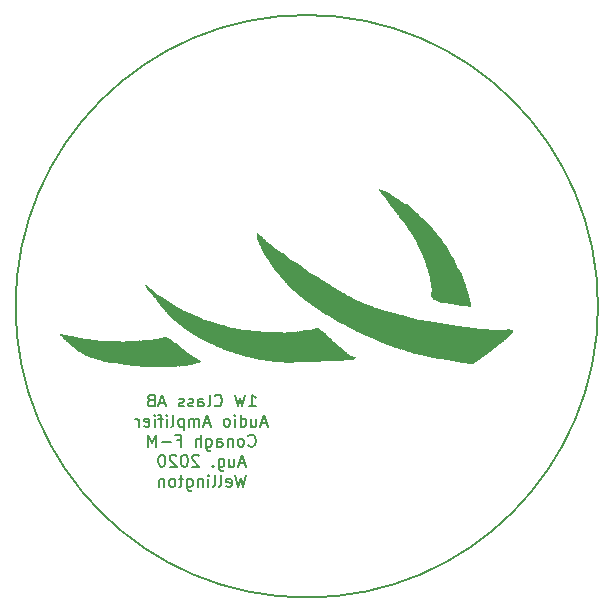
<source format=gbr>
%TF.GenerationSoftware,KiCad,Pcbnew,4.0.7*%
%TF.CreationDate,2020-08-23T22:37:38+12:00*%
%TF.ProjectId,jar-of-dirt,6A61722D6F662D646972742E6B696361,rev?*%
%TF.FileFunction,Legend,Bot*%
%FSLAX46Y46*%
G04 Gerber Fmt 4.6, Leading zero omitted, Abs format (unit mm)*
G04 Created by KiCad (PCBNEW 4.0.7) date 2020 August 23, Sunday 22:37:38*
%MOMM*%
%LPD*%
G01*
G04 APERTURE LIST*
%ADD10C,0.150000*%
%ADD11C,0.200000*%
%ADD12C,0.010000*%
G04 APERTURE END LIST*
D10*
X146578940Y-74930000D02*
G75*
G03X146578940Y-74930000I-24658940J0D01*
G01*
D11*
X117030000Y-83412381D02*
X117601429Y-83412381D01*
X117315715Y-83412381D02*
X117315715Y-82412381D01*
X117410953Y-82555238D01*
X117506191Y-82650476D01*
X117601429Y-82698095D01*
X116696667Y-82412381D02*
X116458572Y-83412381D01*
X116268095Y-82698095D01*
X116077619Y-83412381D01*
X115839524Y-82412381D01*
X114125238Y-83317143D02*
X114172857Y-83364762D01*
X114315714Y-83412381D01*
X114410952Y-83412381D01*
X114553810Y-83364762D01*
X114649048Y-83269524D01*
X114696667Y-83174286D01*
X114744286Y-82983810D01*
X114744286Y-82840952D01*
X114696667Y-82650476D01*
X114649048Y-82555238D01*
X114553810Y-82460000D01*
X114410952Y-82412381D01*
X114315714Y-82412381D01*
X114172857Y-82460000D01*
X114125238Y-82507619D01*
X113553810Y-83412381D02*
X113649048Y-83364762D01*
X113696667Y-83269524D01*
X113696667Y-82412381D01*
X112744285Y-83412381D02*
X112744285Y-82888571D01*
X112791904Y-82793333D01*
X112887142Y-82745714D01*
X113077619Y-82745714D01*
X113172857Y-82793333D01*
X112744285Y-83364762D02*
X112839523Y-83412381D01*
X113077619Y-83412381D01*
X113172857Y-83364762D01*
X113220476Y-83269524D01*
X113220476Y-83174286D01*
X113172857Y-83079048D01*
X113077619Y-83031429D01*
X112839523Y-83031429D01*
X112744285Y-82983810D01*
X112315714Y-83364762D02*
X112220476Y-83412381D01*
X112030000Y-83412381D01*
X111934761Y-83364762D01*
X111887142Y-83269524D01*
X111887142Y-83221905D01*
X111934761Y-83126667D01*
X112030000Y-83079048D01*
X112172857Y-83079048D01*
X112268095Y-83031429D01*
X112315714Y-82936190D01*
X112315714Y-82888571D01*
X112268095Y-82793333D01*
X112172857Y-82745714D01*
X112030000Y-82745714D01*
X111934761Y-82793333D01*
X111506190Y-83364762D02*
X111410952Y-83412381D01*
X111220476Y-83412381D01*
X111125237Y-83364762D01*
X111077618Y-83269524D01*
X111077618Y-83221905D01*
X111125237Y-83126667D01*
X111220476Y-83079048D01*
X111363333Y-83079048D01*
X111458571Y-83031429D01*
X111506190Y-82936190D01*
X111506190Y-82888571D01*
X111458571Y-82793333D01*
X111363333Y-82745714D01*
X111220476Y-82745714D01*
X111125237Y-82793333D01*
X109934761Y-83126667D02*
X109458570Y-83126667D01*
X110029999Y-83412381D02*
X109696666Y-82412381D01*
X109363332Y-83412381D01*
X108696665Y-82888571D02*
X108553808Y-82936190D01*
X108506189Y-82983810D01*
X108458570Y-83079048D01*
X108458570Y-83221905D01*
X108506189Y-83317143D01*
X108553808Y-83364762D01*
X108649046Y-83412381D01*
X109029999Y-83412381D01*
X109029999Y-82412381D01*
X108696665Y-82412381D01*
X108601427Y-82460000D01*
X108553808Y-82507619D01*
X108506189Y-82602857D01*
X108506189Y-82698095D01*
X108553808Y-82793333D01*
X108601427Y-82840952D01*
X108696665Y-82888571D01*
X109029999Y-82888571D01*
X118553810Y-84826667D02*
X118077619Y-84826667D01*
X118649048Y-85112381D02*
X118315715Y-84112381D01*
X117982381Y-85112381D01*
X117220476Y-84445714D02*
X117220476Y-85112381D01*
X117649048Y-84445714D02*
X117649048Y-84969524D01*
X117601429Y-85064762D01*
X117506191Y-85112381D01*
X117363333Y-85112381D01*
X117268095Y-85064762D01*
X117220476Y-85017143D01*
X116315714Y-85112381D02*
X116315714Y-84112381D01*
X116315714Y-85064762D02*
X116410952Y-85112381D01*
X116601429Y-85112381D01*
X116696667Y-85064762D01*
X116744286Y-85017143D01*
X116791905Y-84921905D01*
X116791905Y-84636190D01*
X116744286Y-84540952D01*
X116696667Y-84493333D01*
X116601429Y-84445714D01*
X116410952Y-84445714D01*
X116315714Y-84493333D01*
X115839524Y-85112381D02*
X115839524Y-84445714D01*
X115839524Y-84112381D02*
X115887143Y-84160000D01*
X115839524Y-84207619D01*
X115791905Y-84160000D01*
X115839524Y-84112381D01*
X115839524Y-84207619D01*
X115220477Y-85112381D02*
X115315715Y-85064762D01*
X115363334Y-85017143D01*
X115410953Y-84921905D01*
X115410953Y-84636190D01*
X115363334Y-84540952D01*
X115315715Y-84493333D01*
X115220477Y-84445714D01*
X115077619Y-84445714D01*
X114982381Y-84493333D01*
X114934762Y-84540952D01*
X114887143Y-84636190D01*
X114887143Y-84921905D01*
X114934762Y-85017143D01*
X114982381Y-85064762D01*
X115077619Y-85112381D01*
X115220477Y-85112381D01*
X113744286Y-84826667D02*
X113268095Y-84826667D01*
X113839524Y-85112381D02*
X113506191Y-84112381D01*
X113172857Y-85112381D01*
X112839524Y-85112381D02*
X112839524Y-84445714D01*
X112839524Y-84540952D02*
X112791905Y-84493333D01*
X112696667Y-84445714D01*
X112553809Y-84445714D01*
X112458571Y-84493333D01*
X112410952Y-84588571D01*
X112410952Y-85112381D01*
X112410952Y-84588571D02*
X112363333Y-84493333D01*
X112268095Y-84445714D01*
X112125238Y-84445714D01*
X112030000Y-84493333D01*
X111982381Y-84588571D01*
X111982381Y-85112381D01*
X111506191Y-84445714D02*
X111506191Y-85445714D01*
X111506191Y-84493333D02*
X111410953Y-84445714D01*
X111220476Y-84445714D01*
X111125238Y-84493333D01*
X111077619Y-84540952D01*
X111030000Y-84636190D01*
X111030000Y-84921905D01*
X111077619Y-85017143D01*
X111125238Y-85064762D01*
X111220476Y-85112381D01*
X111410953Y-85112381D01*
X111506191Y-85064762D01*
X110458572Y-85112381D02*
X110553810Y-85064762D01*
X110601429Y-84969524D01*
X110601429Y-84112381D01*
X110077619Y-85112381D02*
X110077619Y-84445714D01*
X110077619Y-84112381D02*
X110125238Y-84160000D01*
X110077619Y-84207619D01*
X110030000Y-84160000D01*
X110077619Y-84112381D01*
X110077619Y-84207619D01*
X109744286Y-84445714D02*
X109363334Y-84445714D01*
X109601429Y-85112381D02*
X109601429Y-84255238D01*
X109553810Y-84160000D01*
X109458572Y-84112381D01*
X109363334Y-84112381D01*
X109030000Y-85112381D02*
X109030000Y-84445714D01*
X109030000Y-84112381D02*
X109077619Y-84160000D01*
X109030000Y-84207619D01*
X108982381Y-84160000D01*
X109030000Y-84112381D01*
X109030000Y-84207619D01*
X108172857Y-85064762D02*
X108268095Y-85112381D01*
X108458572Y-85112381D01*
X108553810Y-85064762D01*
X108601429Y-84969524D01*
X108601429Y-84588571D01*
X108553810Y-84493333D01*
X108458572Y-84445714D01*
X108268095Y-84445714D01*
X108172857Y-84493333D01*
X108125238Y-84588571D01*
X108125238Y-84683810D01*
X108601429Y-84779048D01*
X107696667Y-85112381D02*
X107696667Y-84445714D01*
X107696667Y-84636190D02*
X107649048Y-84540952D01*
X107601429Y-84493333D01*
X107506191Y-84445714D01*
X107410952Y-84445714D01*
X116982381Y-86717143D02*
X117030000Y-86764762D01*
X117172857Y-86812381D01*
X117268095Y-86812381D01*
X117410953Y-86764762D01*
X117506191Y-86669524D01*
X117553810Y-86574286D01*
X117601429Y-86383810D01*
X117601429Y-86240952D01*
X117553810Y-86050476D01*
X117506191Y-85955238D01*
X117410953Y-85860000D01*
X117268095Y-85812381D01*
X117172857Y-85812381D01*
X117030000Y-85860000D01*
X116982381Y-85907619D01*
X116410953Y-86812381D02*
X116506191Y-86764762D01*
X116553810Y-86717143D01*
X116601429Y-86621905D01*
X116601429Y-86336190D01*
X116553810Y-86240952D01*
X116506191Y-86193333D01*
X116410953Y-86145714D01*
X116268095Y-86145714D01*
X116172857Y-86193333D01*
X116125238Y-86240952D01*
X116077619Y-86336190D01*
X116077619Y-86621905D01*
X116125238Y-86717143D01*
X116172857Y-86764762D01*
X116268095Y-86812381D01*
X116410953Y-86812381D01*
X115649048Y-86145714D02*
X115649048Y-86812381D01*
X115649048Y-86240952D02*
X115601429Y-86193333D01*
X115506191Y-86145714D01*
X115363333Y-86145714D01*
X115268095Y-86193333D01*
X115220476Y-86288571D01*
X115220476Y-86812381D01*
X114315714Y-86812381D02*
X114315714Y-86288571D01*
X114363333Y-86193333D01*
X114458571Y-86145714D01*
X114649048Y-86145714D01*
X114744286Y-86193333D01*
X114315714Y-86764762D02*
X114410952Y-86812381D01*
X114649048Y-86812381D01*
X114744286Y-86764762D01*
X114791905Y-86669524D01*
X114791905Y-86574286D01*
X114744286Y-86479048D01*
X114649048Y-86431429D01*
X114410952Y-86431429D01*
X114315714Y-86383810D01*
X113410952Y-86145714D02*
X113410952Y-86955238D01*
X113458571Y-87050476D01*
X113506190Y-87098095D01*
X113601429Y-87145714D01*
X113744286Y-87145714D01*
X113839524Y-87098095D01*
X113410952Y-86764762D02*
X113506190Y-86812381D01*
X113696667Y-86812381D01*
X113791905Y-86764762D01*
X113839524Y-86717143D01*
X113887143Y-86621905D01*
X113887143Y-86336190D01*
X113839524Y-86240952D01*
X113791905Y-86193333D01*
X113696667Y-86145714D01*
X113506190Y-86145714D01*
X113410952Y-86193333D01*
X112934762Y-86812381D02*
X112934762Y-85812381D01*
X112506190Y-86812381D02*
X112506190Y-86288571D01*
X112553809Y-86193333D01*
X112649047Y-86145714D01*
X112791905Y-86145714D01*
X112887143Y-86193333D01*
X112934762Y-86240952D01*
X110934761Y-86288571D02*
X111268095Y-86288571D01*
X111268095Y-86812381D02*
X111268095Y-85812381D01*
X110791904Y-85812381D01*
X110410952Y-86431429D02*
X109649047Y-86431429D01*
X109172857Y-86812381D02*
X109172857Y-85812381D01*
X108839523Y-86526667D01*
X108506190Y-85812381D01*
X108506190Y-86812381D01*
X116696667Y-88226667D02*
X116220476Y-88226667D01*
X116791905Y-88512381D02*
X116458572Y-87512381D01*
X116125238Y-88512381D01*
X115363333Y-87845714D02*
X115363333Y-88512381D01*
X115791905Y-87845714D02*
X115791905Y-88369524D01*
X115744286Y-88464762D01*
X115649048Y-88512381D01*
X115506190Y-88512381D01*
X115410952Y-88464762D01*
X115363333Y-88417143D01*
X114458571Y-87845714D02*
X114458571Y-88655238D01*
X114506190Y-88750476D01*
X114553809Y-88798095D01*
X114649048Y-88845714D01*
X114791905Y-88845714D01*
X114887143Y-88798095D01*
X114458571Y-88464762D02*
X114553809Y-88512381D01*
X114744286Y-88512381D01*
X114839524Y-88464762D01*
X114887143Y-88417143D01*
X114934762Y-88321905D01*
X114934762Y-88036190D01*
X114887143Y-87940952D01*
X114839524Y-87893333D01*
X114744286Y-87845714D01*
X114553809Y-87845714D01*
X114458571Y-87893333D01*
X113982381Y-88417143D02*
X113934762Y-88464762D01*
X113982381Y-88512381D01*
X114030000Y-88464762D01*
X113982381Y-88417143D01*
X113982381Y-88512381D01*
X112791905Y-87607619D02*
X112744286Y-87560000D01*
X112649048Y-87512381D01*
X112410952Y-87512381D01*
X112315714Y-87560000D01*
X112268095Y-87607619D01*
X112220476Y-87702857D01*
X112220476Y-87798095D01*
X112268095Y-87940952D01*
X112839524Y-88512381D01*
X112220476Y-88512381D01*
X111601429Y-87512381D02*
X111506190Y-87512381D01*
X111410952Y-87560000D01*
X111363333Y-87607619D01*
X111315714Y-87702857D01*
X111268095Y-87893333D01*
X111268095Y-88131429D01*
X111315714Y-88321905D01*
X111363333Y-88417143D01*
X111410952Y-88464762D01*
X111506190Y-88512381D01*
X111601429Y-88512381D01*
X111696667Y-88464762D01*
X111744286Y-88417143D01*
X111791905Y-88321905D01*
X111839524Y-88131429D01*
X111839524Y-87893333D01*
X111791905Y-87702857D01*
X111744286Y-87607619D01*
X111696667Y-87560000D01*
X111601429Y-87512381D01*
X110887143Y-87607619D02*
X110839524Y-87560000D01*
X110744286Y-87512381D01*
X110506190Y-87512381D01*
X110410952Y-87560000D01*
X110363333Y-87607619D01*
X110315714Y-87702857D01*
X110315714Y-87798095D01*
X110363333Y-87940952D01*
X110934762Y-88512381D01*
X110315714Y-88512381D01*
X109696667Y-87512381D02*
X109601428Y-87512381D01*
X109506190Y-87560000D01*
X109458571Y-87607619D01*
X109410952Y-87702857D01*
X109363333Y-87893333D01*
X109363333Y-88131429D01*
X109410952Y-88321905D01*
X109458571Y-88417143D01*
X109506190Y-88464762D01*
X109601428Y-88512381D01*
X109696667Y-88512381D01*
X109791905Y-88464762D01*
X109839524Y-88417143D01*
X109887143Y-88321905D01*
X109934762Y-88131429D01*
X109934762Y-87893333D01*
X109887143Y-87702857D01*
X109839524Y-87607619D01*
X109791905Y-87560000D01*
X109696667Y-87512381D01*
X116744286Y-89212381D02*
X116506191Y-90212381D01*
X116315714Y-89498095D01*
X116125238Y-90212381D01*
X115887143Y-89212381D01*
X115125238Y-90164762D02*
X115220476Y-90212381D01*
X115410953Y-90212381D01*
X115506191Y-90164762D01*
X115553810Y-90069524D01*
X115553810Y-89688571D01*
X115506191Y-89593333D01*
X115410953Y-89545714D01*
X115220476Y-89545714D01*
X115125238Y-89593333D01*
X115077619Y-89688571D01*
X115077619Y-89783810D01*
X115553810Y-89879048D01*
X114506191Y-90212381D02*
X114601429Y-90164762D01*
X114649048Y-90069524D01*
X114649048Y-89212381D01*
X113982381Y-90212381D02*
X114077619Y-90164762D01*
X114125238Y-90069524D01*
X114125238Y-89212381D01*
X113601428Y-90212381D02*
X113601428Y-89545714D01*
X113601428Y-89212381D02*
X113649047Y-89260000D01*
X113601428Y-89307619D01*
X113553809Y-89260000D01*
X113601428Y-89212381D01*
X113601428Y-89307619D01*
X113125238Y-89545714D02*
X113125238Y-90212381D01*
X113125238Y-89640952D02*
X113077619Y-89593333D01*
X112982381Y-89545714D01*
X112839523Y-89545714D01*
X112744285Y-89593333D01*
X112696666Y-89688571D01*
X112696666Y-90212381D01*
X111791904Y-89545714D02*
X111791904Y-90355238D01*
X111839523Y-90450476D01*
X111887142Y-90498095D01*
X111982381Y-90545714D01*
X112125238Y-90545714D01*
X112220476Y-90498095D01*
X111791904Y-90164762D02*
X111887142Y-90212381D01*
X112077619Y-90212381D01*
X112172857Y-90164762D01*
X112220476Y-90117143D01*
X112268095Y-90021905D01*
X112268095Y-89736190D01*
X112220476Y-89640952D01*
X112172857Y-89593333D01*
X112077619Y-89545714D01*
X111887142Y-89545714D01*
X111791904Y-89593333D01*
X111458571Y-89545714D02*
X111077619Y-89545714D01*
X111315714Y-89212381D02*
X111315714Y-90069524D01*
X111268095Y-90164762D01*
X111172857Y-90212381D01*
X111077619Y-90212381D01*
X110601428Y-90212381D02*
X110696666Y-90164762D01*
X110744285Y-90117143D01*
X110791904Y-90021905D01*
X110791904Y-89736190D01*
X110744285Y-89640952D01*
X110696666Y-89593333D01*
X110601428Y-89545714D01*
X110458570Y-89545714D01*
X110363332Y-89593333D01*
X110315713Y-89640952D01*
X110268094Y-89736190D01*
X110268094Y-90021905D01*
X110315713Y-90117143D01*
X110363332Y-90164762D01*
X110458570Y-90212381D01*
X110601428Y-90212381D01*
X109839523Y-89545714D02*
X109839523Y-90212381D01*
X109839523Y-89640952D02*
X109791904Y-89593333D01*
X109696666Y-89545714D01*
X109553808Y-89545714D01*
X109458570Y-89593333D01*
X109410951Y-89688571D01*
X109410951Y-90212381D01*
D12*
G36*
X101049662Y-77315458D02*
X101045818Y-77321415D01*
X101061843Y-77344883D01*
X101104785Y-77391454D01*
X101166948Y-77453660D01*
X101240634Y-77524035D01*
X101318146Y-77595110D01*
X101391787Y-77659419D01*
X101409500Y-77674234D01*
X101470524Y-77727790D01*
X101514070Y-77771905D01*
X101530727Y-77797046D01*
X101530727Y-77797073D01*
X101532631Y-77810290D01*
X101541898Y-77826202D01*
X101563865Y-77849893D01*
X101603868Y-77886448D01*
X101667243Y-77940950D01*
X101759324Y-78018485D01*
X101790500Y-78044614D01*
X101870732Y-78113534D01*
X101935877Y-78172738D01*
X101978803Y-78215524D01*
X101992545Y-78234487D01*
X102010454Y-78254201D01*
X102017775Y-78255091D01*
X102048826Y-78268783D01*
X102105613Y-78305247D01*
X102178495Y-78357568D01*
X102257833Y-78418830D01*
X102332899Y-78481173D01*
X102392149Y-78530842D01*
X102460845Y-78586156D01*
X102474207Y-78596627D01*
X102533231Y-78645429D01*
X102581288Y-78689923D01*
X102590402Y-78699591D01*
X102641170Y-78732276D01*
X102678859Y-78740000D01*
X102734904Y-78755903D01*
X102776166Y-78784712D01*
X102816673Y-78814795D01*
X102889206Y-78859163D01*
X102983916Y-78912630D01*
X103090952Y-78970010D01*
X103200467Y-79026114D01*
X103302609Y-79075757D01*
X103387529Y-79113752D01*
X103435727Y-79132045D01*
X103499170Y-79154603D01*
X103544145Y-79174554D01*
X103551182Y-79178907D01*
X103583867Y-79192696D01*
X103648069Y-79212701D01*
X103730308Y-79234745D01*
X103735909Y-79236137D01*
X103830408Y-79260914D01*
X103918858Y-79286459D01*
X103978363Y-79305942D01*
X104052588Y-79330697D01*
X104140682Y-79356610D01*
X104168444Y-79364041D01*
X104229185Y-79383313D01*
X104263873Y-79401371D01*
X104267288Y-79409170D01*
X104279094Y-79421923D01*
X104319662Y-79428045D01*
X104437589Y-79433354D01*
X104513182Y-79440574D01*
X104550265Y-79450171D01*
X104555636Y-79456866D01*
X104575465Y-79477030D01*
X104624405Y-79501276D01*
X104686639Y-79523004D01*
X104743613Y-79535296D01*
X104877665Y-79552485D01*
X104972769Y-79566679D01*
X105035953Y-79579259D01*
X105074245Y-79591605D01*
X105093655Y-79604069D01*
X105130450Y-79618709D01*
X105197191Y-79628628D01*
X105259909Y-79631376D01*
X105363819Y-79638350D01*
X105473621Y-79655972D01*
X105524077Y-79668416D01*
X105631666Y-79691037D01*
X105703021Y-79685060D01*
X105771557Y-79674296D01*
X105848326Y-79683135D01*
X105912157Y-79707849D01*
X105933101Y-79725599D01*
X105961152Y-79744833D01*
X105975566Y-79733170D01*
X105999580Y-79719928D01*
X106022977Y-79733796D01*
X106061708Y-79748529D01*
X106130461Y-79760344D01*
X106199876Y-79765880D01*
X106282029Y-79771094D01*
X106348415Y-79778706D01*
X106379818Y-79785599D01*
X106422223Y-79796277D01*
X106490804Y-79807743D01*
X106529909Y-79812789D01*
X106672352Y-79829697D01*
X106782221Y-79843891D01*
X106872909Y-79857117D01*
X106887818Y-79859464D01*
X106951644Y-79866884D01*
X107042368Y-79874133D01*
X107140725Y-79879680D01*
X107143944Y-79879819D01*
X107231958Y-79885521D01*
X107303066Y-79893681D01*
X107343634Y-79902674D01*
X107346196Y-79903965D01*
X107388790Y-79911360D01*
X107418757Y-79906139D01*
X107506592Y-79891465D01*
X107602299Y-79895072D01*
X107684387Y-79915340D01*
X107709029Y-79928031D01*
X107759945Y-79946748D01*
X107839891Y-79961075D01*
X107933976Y-79970075D01*
X108027314Y-79972812D01*
X108105016Y-79968348D01*
X108151956Y-79955896D01*
X108193618Y-79951222D01*
X108220841Y-79960312D01*
X108267845Y-79971901D01*
X108338728Y-79975801D01*
X108371192Y-79974587D01*
X108453021Y-79975751D01*
X108494796Y-79993647D01*
X108498198Y-79998489D01*
X108524103Y-80017766D01*
X108558783Y-80005748D01*
X108609849Y-79993609D01*
X108686310Y-79993640D01*
X108714639Y-79996626D01*
X108791817Y-80002044D01*
X108825695Y-79992042D01*
X108827454Y-79986342D01*
X108841267Y-79971275D01*
X108848842Y-79974312D01*
X108880467Y-79980513D01*
X108947075Y-79985591D01*
X109038959Y-79989464D01*
X109146414Y-79992050D01*
X109259732Y-79993266D01*
X109369206Y-79993030D01*
X109465131Y-79991259D01*
X109537798Y-79987871D01*
X109577502Y-79982784D01*
X109581849Y-79980534D01*
X109610148Y-79971304D01*
X109637505Y-79975957D01*
X109686466Y-79983207D01*
X109773521Y-79987795D01*
X109890673Y-79989926D01*
X110029923Y-79989803D01*
X110183273Y-79987632D01*
X110342726Y-79983616D01*
X110500281Y-79977958D01*
X110647943Y-79970863D01*
X110777712Y-79962535D01*
X110881590Y-79953178D01*
X110951578Y-79942997D01*
X110954530Y-79942363D01*
X111018260Y-79934545D01*
X111065601Y-79939433D01*
X111069985Y-79941377D01*
X111110484Y-79946893D01*
X111179369Y-79942171D01*
X111260634Y-79929709D01*
X111338273Y-79912005D01*
X111396279Y-79891556D01*
X111399413Y-79889971D01*
X111443019Y-79880060D01*
X111458635Y-79892631D01*
X111483776Y-79905575D01*
X111539047Y-79903255D01*
X111599858Y-79892557D01*
X111676159Y-79878307D01*
X111737070Y-79869154D01*
X111760000Y-79867282D01*
X111801832Y-79863525D01*
X111875059Y-79853401D01*
X111965687Y-79839065D01*
X112059721Y-79822670D01*
X112102947Y-79814508D01*
X112158491Y-79796115D01*
X112186611Y-79779565D01*
X112231664Y-79765705D01*
X112253528Y-79769618D01*
X112284937Y-79768380D01*
X112291091Y-79745563D01*
X112301842Y-79719903D01*
X112314530Y-79721579D01*
X112348135Y-79725196D01*
X112406794Y-79718490D01*
X112475350Y-79704835D01*
X112538644Y-79687606D01*
X112581517Y-79670179D01*
X112591272Y-79659962D01*
X112611766Y-79647801D01*
X112662960Y-79641040D01*
X112683636Y-79640546D01*
X112741474Y-79635425D01*
X112773645Y-79622631D01*
X112776000Y-79617455D01*
X112794702Y-79596969D01*
X112810636Y-79594364D01*
X112840403Y-79585360D01*
X112835120Y-79555503D01*
X112800394Y-79507773D01*
X112753119Y-79469553D01*
X112709611Y-79455819D01*
X112661579Y-79437149D01*
X112637454Y-79409637D01*
X112608568Y-79373068D01*
X112588919Y-79363455D01*
X112556865Y-79350458D01*
X112506120Y-79318049D01*
X112489416Y-79305728D01*
X112433241Y-79269022D01*
X112387169Y-79249157D01*
X112378677Y-79248000D01*
X112337238Y-79232645D01*
X112268781Y-79189318D01*
X112179507Y-79122130D01*
X112138481Y-79088769D01*
X112102954Y-79065591D01*
X112044593Y-79032947D01*
X112021482Y-79020908D01*
X111957810Y-78983841D01*
X111909422Y-78947695D01*
X111900157Y-78938215D01*
X111866734Y-78914521D01*
X111848522Y-78915557D01*
X111819463Y-78910106D01*
X111785294Y-78881086D01*
X111750221Y-78851358D01*
X111727859Y-78849111D01*
X111704731Y-78843041D01*
X111663637Y-78809795D01*
X111637840Y-78783299D01*
X111585088Y-78731176D01*
X111551932Y-78705364D01*
X102708363Y-78705364D01*
X102696818Y-78716910D01*
X102685272Y-78705364D01*
X102696818Y-78693819D01*
X102708363Y-78705364D01*
X111551932Y-78705364D01*
X111538016Y-78694531D01*
X111523318Y-78686879D01*
X111489249Y-78663436D01*
X111482909Y-78648361D01*
X111463442Y-78604348D01*
X111417900Y-78565795D01*
X111365567Y-78546829D01*
X111346077Y-78548134D01*
X111310735Y-78549329D01*
X111298789Y-78519432D01*
X111298182Y-78500239D01*
X111287036Y-78452131D01*
X111257772Y-78439708D01*
X111214935Y-78423611D01*
X111158923Y-78383614D01*
X111102974Y-78331898D01*
X111060325Y-78280642D01*
X111044182Y-78243167D01*
X111031701Y-78217010D01*
X110997886Y-78220491D01*
X110953007Y-78219136D01*
X110937688Y-78198956D01*
X110910383Y-78167315D01*
X110894313Y-78162728D01*
X110865322Y-78143405D01*
X110852764Y-78116546D01*
X110821745Y-78077517D01*
X110790062Y-78070364D01*
X110742589Y-78054180D01*
X110687695Y-78013982D01*
X110674382Y-78000722D01*
X110609001Y-77944853D01*
X110535099Y-77900274D01*
X110526572Y-77896503D01*
X110473442Y-77866243D01*
X110445212Y-77834453D01*
X110443818Y-77827600D01*
X110425328Y-77797257D01*
X110409182Y-77793273D01*
X110378568Y-77774790D01*
X110374545Y-77758637D01*
X110355146Y-77730464D01*
X110326823Y-77724000D01*
X110278399Y-77710439D01*
X110218020Y-77676801D01*
X110203416Y-77666273D01*
X110147588Y-77629602D01*
X110102240Y-77609721D01*
X110093915Y-77608546D01*
X110049765Y-77595362D01*
X110015277Y-77574644D01*
X109978422Y-77553875D01*
X109931650Y-77543836D01*
X109867735Y-77545086D01*
X109779452Y-77558187D01*
X109659575Y-77583698D01*
X109545525Y-77611081D01*
X109423484Y-77640411D01*
X109306198Y-77667194D01*
X109206997Y-77688472D01*
X109139206Y-77701285D01*
X109139182Y-77701288D01*
X109047999Y-77716212D01*
X108942080Y-77734093D01*
X108885182Y-77743931D01*
X108794761Y-77757252D01*
X108680024Y-77770703D01*
X108562764Y-77781785D01*
X108538818Y-77783654D01*
X108349340Y-77798335D01*
X108168236Y-77813428D01*
X108005675Y-77828031D01*
X107871827Y-77841241D01*
X107799909Y-77849266D01*
X107746430Y-77848342D01*
X107716255Y-77834603D01*
X107685296Y-77824553D01*
X107656755Y-77835742D01*
X107615866Y-77846759D01*
X107540508Y-77857702D01*
X107442377Y-77867130D01*
X107358895Y-77872438D01*
X107239431Y-77879268D01*
X107122233Y-77887502D01*
X107024015Y-77895897D01*
X106979667Y-77900677D01*
X106903735Y-77906564D01*
X106787995Y-77910898D01*
X106638792Y-77913749D01*
X106462472Y-77915187D01*
X106265379Y-77915282D01*
X106053860Y-77914103D01*
X105834259Y-77911722D01*
X105612922Y-77908207D01*
X105396194Y-77903628D01*
X105190420Y-77898056D01*
X105001946Y-77891560D01*
X104837117Y-77884211D01*
X104702278Y-77876079D01*
X104694182Y-77875486D01*
X104612087Y-77868610D01*
X104508204Y-77858797D01*
X104393867Y-77847252D01*
X104280414Y-77835180D01*
X104179179Y-77823787D01*
X104101499Y-77814278D01*
X104059182Y-77807957D01*
X104018016Y-77801763D01*
X103942536Y-77792271D01*
X103844370Y-77780889D01*
X103759000Y-77771551D01*
X103623996Y-77756011D01*
X103476253Y-77737173D01*
X103339525Y-77718129D01*
X103285636Y-77709957D01*
X103177878Y-77693586D01*
X103076314Y-77679182D01*
X102997136Y-77669004D01*
X102973909Y-77666480D01*
X102930962Y-77661473D01*
X102878130Y-77653388D01*
X102808452Y-77640914D01*
X102714964Y-77622739D01*
X102590703Y-77597553D01*
X102428707Y-77564043D01*
X102416797Y-77561565D01*
X102351178Y-77546098D01*
X102257607Y-77521794D01*
X102152409Y-77492944D01*
X102110400Y-77480997D01*
X102015862Y-77455592D01*
X101936659Y-77437617D01*
X101884136Y-77429485D01*
X101870876Y-77430033D01*
X101829862Y-77430840D01*
X101773182Y-77419287D01*
X101716826Y-77408436D01*
X101631237Y-77398521D01*
X101533351Y-77391435D01*
X101517010Y-77390661D01*
X101396395Y-77380024D01*
X101300327Y-77360796D01*
X101255579Y-77344005D01*
X101198243Y-77320502D01*
X101161010Y-77324103D01*
X101148068Y-77332832D01*
X101120714Y-77347631D01*
X101115091Y-77334282D01*
X101096434Y-77311306D01*
X101080454Y-77308364D01*
X101049662Y-77315458D01*
X101049662Y-77315458D01*
G37*
X101049662Y-77315458D02*
X101045818Y-77321415D01*
X101061843Y-77344883D01*
X101104785Y-77391454D01*
X101166948Y-77453660D01*
X101240634Y-77524035D01*
X101318146Y-77595110D01*
X101391787Y-77659419D01*
X101409500Y-77674234D01*
X101470524Y-77727790D01*
X101514070Y-77771905D01*
X101530727Y-77797046D01*
X101530727Y-77797073D01*
X101532631Y-77810290D01*
X101541898Y-77826202D01*
X101563865Y-77849893D01*
X101603868Y-77886448D01*
X101667243Y-77940950D01*
X101759324Y-78018485D01*
X101790500Y-78044614D01*
X101870732Y-78113534D01*
X101935877Y-78172738D01*
X101978803Y-78215524D01*
X101992545Y-78234487D01*
X102010454Y-78254201D01*
X102017775Y-78255091D01*
X102048826Y-78268783D01*
X102105613Y-78305247D01*
X102178495Y-78357568D01*
X102257833Y-78418830D01*
X102332899Y-78481173D01*
X102392149Y-78530842D01*
X102460845Y-78586156D01*
X102474207Y-78596627D01*
X102533231Y-78645429D01*
X102581288Y-78689923D01*
X102590402Y-78699591D01*
X102641170Y-78732276D01*
X102678859Y-78740000D01*
X102734904Y-78755903D01*
X102776166Y-78784712D01*
X102816673Y-78814795D01*
X102889206Y-78859163D01*
X102983916Y-78912630D01*
X103090952Y-78970010D01*
X103200467Y-79026114D01*
X103302609Y-79075757D01*
X103387529Y-79113752D01*
X103435727Y-79132045D01*
X103499170Y-79154603D01*
X103544145Y-79174554D01*
X103551182Y-79178907D01*
X103583867Y-79192696D01*
X103648069Y-79212701D01*
X103730308Y-79234745D01*
X103735909Y-79236137D01*
X103830408Y-79260914D01*
X103918858Y-79286459D01*
X103978363Y-79305942D01*
X104052588Y-79330697D01*
X104140682Y-79356610D01*
X104168444Y-79364041D01*
X104229185Y-79383313D01*
X104263873Y-79401371D01*
X104267288Y-79409170D01*
X104279094Y-79421923D01*
X104319662Y-79428045D01*
X104437589Y-79433354D01*
X104513182Y-79440574D01*
X104550265Y-79450171D01*
X104555636Y-79456866D01*
X104575465Y-79477030D01*
X104624405Y-79501276D01*
X104686639Y-79523004D01*
X104743613Y-79535296D01*
X104877665Y-79552485D01*
X104972769Y-79566679D01*
X105035953Y-79579259D01*
X105074245Y-79591605D01*
X105093655Y-79604069D01*
X105130450Y-79618709D01*
X105197191Y-79628628D01*
X105259909Y-79631376D01*
X105363819Y-79638350D01*
X105473621Y-79655972D01*
X105524077Y-79668416D01*
X105631666Y-79691037D01*
X105703021Y-79685060D01*
X105771557Y-79674296D01*
X105848326Y-79683135D01*
X105912157Y-79707849D01*
X105933101Y-79725599D01*
X105961152Y-79744833D01*
X105975566Y-79733170D01*
X105999580Y-79719928D01*
X106022977Y-79733796D01*
X106061708Y-79748529D01*
X106130461Y-79760344D01*
X106199876Y-79765880D01*
X106282029Y-79771094D01*
X106348415Y-79778706D01*
X106379818Y-79785599D01*
X106422223Y-79796277D01*
X106490804Y-79807743D01*
X106529909Y-79812789D01*
X106672352Y-79829697D01*
X106782221Y-79843891D01*
X106872909Y-79857117D01*
X106887818Y-79859464D01*
X106951644Y-79866884D01*
X107042368Y-79874133D01*
X107140725Y-79879680D01*
X107143944Y-79879819D01*
X107231958Y-79885521D01*
X107303066Y-79893681D01*
X107343634Y-79902674D01*
X107346196Y-79903965D01*
X107388790Y-79911360D01*
X107418757Y-79906139D01*
X107506592Y-79891465D01*
X107602299Y-79895072D01*
X107684387Y-79915340D01*
X107709029Y-79928031D01*
X107759945Y-79946748D01*
X107839891Y-79961075D01*
X107933976Y-79970075D01*
X108027314Y-79972812D01*
X108105016Y-79968348D01*
X108151956Y-79955896D01*
X108193618Y-79951222D01*
X108220841Y-79960312D01*
X108267845Y-79971901D01*
X108338728Y-79975801D01*
X108371192Y-79974587D01*
X108453021Y-79975751D01*
X108494796Y-79993647D01*
X108498198Y-79998489D01*
X108524103Y-80017766D01*
X108558783Y-80005748D01*
X108609849Y-79993609D01*
X108686310Y-79993640D01*
X108714639Y-79996626D01*
X108791817Y-80002044D01*
X108825695Y-79992042D01*
X108827454Y-79986342D01*
X108841267Y-79971275D01*
X108848842Y-79974312D01*
X108880467Y-79980513D01*
X108947075Y-79985591D01*
X109038959Y-79989464D01*
X109146414Y-79992050D01*
X109259732Y-79993266D01*
X109369206Y-79993030D01*
X109465131Y-79991259D01*
X109537798Y-79987871D01*
X109577502Y-79982784D01*
X109581849Y-79980534D01*
X109610148Y-79971304D01*
X109637505Y-79975957D01*
X109686466Y-79983207D01*
X109773521Y-79987795D01*
X109890673Y-79989926D01*
X110029923Y-79989803D01*
X110183273Y-79987632D01*
X110342726Y-79983616D01*
X110500281Y-79977958D01*
X110647943Y-79970863D01*
X110777712Y-79962535D01*
X110881590Y-79953178D01*
X110951578Y-79942997D01*
X110954530Y-79942363D01*
X111018260Y-79934545D01*
X111065601Y-79939433D01*
X111069985Y-79941377D01*
X111110484Y-79946893D01*
X111179369Y-79942171D01*
X111260634Y-79929709D01*
X111338273Y-79912005D01*
X111396279Y-79891556D01*
X111399413Y-79889971D01*
X111443019Y-79880060D01*
X111458635Y-79892631D01*
X111483776Y-79905575D01*
X111539047Y-79903255D01*
X111599858Y-79892557D01*
X111676159Y-79878307D01*
X111737070Y-79869154D01*
X111760000Y-79867282D01*
X111801832Y-79863525D01*
X111875059Y-79853401D01*
X111965687Y-79839065D01*
X112059721Y-79822670D01*
X112102947Y-79814508D01*
X112158491Y-79796115D01*
X112186611Y-79779565D01*
X112231664Y-79765705D01*
X112253528Y-79769618D01*
X112284937Y-79768380D01*
X112291091Y-79745563D01*
X112301842Y-79719903D01*
X112314530Y-79721579D01*
X112348135Y-79725196D01*
X112406794Y-79718490D01*
X112475350Y-79704835D01*
X112538644Y-79687606D01*
X112581517Y-79670179D01*
X112591272Y-79659962D01*
X112611766Y-79647801D01*
X112662960Y-79641040D01*
X112683636Y-79640546D01*
X112741474Y-79635425D01*
X112773645Y-79622631D01*
X112776000Y-79617455D01*
X112794702Y-79596969D01*
X112810636Y-79594364D01*
X112840403Y-79585360D01*
X112835120Y-79555503D01*
X112800394Y-79507773D01*
X112753119Y-79469553D01*
X112709611Y-79455819D01*
X112661579Y-79437149D01*
X112637454Y-79409637D01*
X112608568Y-79373068D01*
X112588919Y-79363455D01*
X112556865Y-79350458D01*
X112506120Y-79318049D01*
X112489416Y-79305728D01*
X112433241Y-79269022D01*
X112387169Y-79249157D01*
X112378677Y-79248000D01*
X112337238Y-79232645D01*
X112268781Y-79189318D01*
X112179507Y-79122130D01*
X112138481Y-79088769D01*
X112102954Y-79065591D01*
X112044593Y-79032947D01*
X112021482Y-79020908D01*
X111957810Y-78983841D01*
X111909422Y-78947695D01*
X111900157Y-78938215D01*
X111866734Y-78914521D01*
X111848522Y-78915557D01*
X111819463Y-78910106D01*
X111785294Y-78881086D01*
X111750221Y-78851358D01*
X111727859Y-78849111D01*
X111704731Y-78843041D01*
X111663637Y-78809795D01*
X111637840Y-78783299D01*
X111585088Y-78731176D01*
X111551932Y-78705364D01*
X102708363Y-78705364D01*
X102696818Y-78716910D01*
X102685272Y-78705364D01*
X102696818Y-78693819D01*
X102708363Y-78705364D01*
X111551932Y-78705364D01*
X111538016Y-78694531D01*
X111523318Y-78686879D01*
X111489249Y-78663436D01*
X111482909Y-78648361D01*
X111463442Y-78604348D01*
X111417900Y-78565795D01*
X111365567Y-78546829D01*
X111346077Y-78548134D01*
X111310735Y-78549329D01*
X111298789Y-78519432D01*
X111298182Y-78500239D01*
X111287036Y-78452131D01*
X111257772Y-78439708D01*
X111214935Y-78423611D01*
X111158923Y-78383614D01*
X111102974Y-78331898D01*
X111060325Y-78280642D01*
X111044182Y-78243167D01*
X111031701Y-78217010D01*
X110997886Y-78220491D01*
X110953007Y-78219136D01*
X110937688Y-78198956D01*
X110910383Y-78167315D01*
X110894313Y-78162728D01*
X110865322Y-78143405D01*
X110852764Y-78116546D01*
X110821745Y-78077517D01*
X110790062Y-78070364D01*
X110742589Y-78054180D01*
X110687695Y-78013982D01*
X110674382Y-78000722D01*
X110609001Y-77944853D01*
X110535099Y-77900274D01*
X110526572Y-77896503D01*
X110473442Y-77866243D01*
X110445212Y-77834453D01*
X110443818Y-77827600D01*
X110425328Y-77797257D01*
X110409182Y-77793273D01*
X110378568Y-77774790D01*
X110374545Y-77758637D01*
X110355146Y-77730464D01*
X110326823Y-77724000D01*
X110278399Y-77710439D01*
X110218020Y-77676801D01*
X110203416Y-77666273D01*
X110147588Y-77629602D01*
X110102240Y-77609721D01*
X110093915Y-77608546D01*
X110049765Y-77595362D01*
X110015277Y-77574644D01*
X109978422Y-77553875D01*
X109931650Y-77543836D01*
X109867735Y-77545086D01*
X109779452Y-77558187D01*
X109659575Y-77583698D01*
X109545525Y-77611081D01*
X109423484Y-77640411D01*
X109306198Y-77667194D01*
X109206997Y-77688472D01*
X109139206Y-77701285D01*
X109139182Y-77701288D01*
X109047999Y-77716212D01*
X108942080Y-77734093D01*
X108885182Y-77743931D01*
X108794761Y-77757252D01*
X108680024Y-77770703D01*
X108562764Y-77781785D01*
X108538818Y-77783654D01*
X108349340Y-77798335D01*
X108168236Y-77813428D01*
X108005675Y-77828031D01*
X107871827Y-77841241D01*
X107799909Y-77849266D01*
X107746430Y-77848342D01*
X107716255Y-77834603D01*
X107685296Y-77824553D01*
X107656755Y-77835742D01*
X107615866Y-77846759D01*
X107540508Y-77857702D01*
X107442377Y-77867130D01*
X107358895Y-77872438D01*
X107239431Y-77879268D01*
X107122233Y-77887502D01*
X107024015Y-77895897D01*
X106979667Y-77900677D01*
X106903735Y-77906564D01*
X106787995Y-77910898D01*
X106638792Y-77913749D01*
X106462472Y-77915187D01*
X106265379Y-77915282D01*
X106053860Y-77914103D01*
X105834259Y-77911722D01*
X105612922Y-77908207D01*
X105396194Y-77903628D01*
X105190420Y-77898056D01*
X105001946Y-77891560D01*
X104837117Y-77884211D01*
X104702278Y-77876079D01*
X104694182Y-77875486D01*
X104612087Y-77868610D01*
X104508204Y-77858797D01*
X104393867Y-77847252D01*
X104280414Y-77835180D01*
X104179179Y-77823787D01*
X104101499Y-77814278D01*
X104059182Y-77807957D01*
X104018016Y-77801763D01*
X103942536Y-77792271D01*
X103844370Y-77780889D01*
X103759000Y-77771551D01*
X103623996Y-77756011D01*
X103476253Y-77737173D01*
X103339525Y-77718129D01*
X103285636Y-77709957D01*
X103177878Y-77693586D01*
X103076314Y-77679182D01*
X102997136Y-77669004D01*
X102973909Y-77666480D01*
X102930962Y-77661473D01*
X102878130Y-77653388D01*
X102808452Y-77640914D01*
X102714964Y-77622739D01*
X102590703Y-77597553D01*
X102428707Y-77564043D01*
X102416797Y-77561565D01*
X102351178Y-77546098D01*
X102257607Y-77521794D01*
X102152409Y-77492944D01*
X102110400Y-77480997D01*
X102015862Y-77455592D01*
X101936659Y-77437617D01*
X101884136Y-77429485D01*
X101870876Y-77430033D01*
X101829862Y-77430840D01*
X101773182Y-77419287D01*
X101716826Y-77408436D01*
X101631237Y-77398521D01*
X101533351Y-77391435D01*
X101517010Y-77390661D01*
X101396395Y-77380024D01*
X101300327Y-77360796D01*
X101255579Y-77344005D01*
X101198243Y-77320502D01*
X101161010Y-77324103D01*
X101148068Y-77332832D01*
X101120714Y-77347631D01*
X101115091Y-77334282D01*
X101096434Y-77311306D01*
X101080454Y-77308364D01*
X101049662Y-77315458D01*
G36*
X117676671Y-68723135D02*
X117678567Y-68768152D01*
X117695439Y-68834153D01*
X117722317Y-68953812D01*
X117741281Y-69099997D01*
X117748895Y-69221049D01*
X117757682Y-69291649D01*
X117780570Y-69326700D01*
X117792500Y-69332287D01*
X117823550Y-69361651D01*
X117832909Y-69424375D01*
X117840119Y-69482424D01*
X117863897Y-69503281D01*
X117869286Y-69503637D01*
X117894948Y-69517341D01*
X117899204Y-69564168D01*
X117898379Y-69573073D01*
X117906384Y-69640047D01*
X117950393Y-69705281D01*
X117954366Y-69709545D01*
X118006619Y-69790394D01*
X118017636Y-69848651D01*
X118027142Y-69903852D01*
X118050003Y-69933143D01*
X118075225Y-69962243D01*
X118095647Y-70017904D01*
X118098168Y-70029775D01*
X118121786Y-70106203D01*
X118156990Y-70174387D01*
X118158165Y-70176058D01*
X118188486Y-70222409D01*
X118202284Y-70250944D01*
X118202363Y-70251883D01*
X118216944Y-70276586D01*
X118247257Y-70310531D01*
X118282584Y-70364466D01*
X118306815Y-70433786D01*
X118307554Y-70437531D01*
X118326173Y-70493596D01*
X118351661Y-70519260D01*
X118355024Y-70519637D01*
X118383944Y-70537974D01*
X118387091Y-70551850D01*
X118402696Y-70588687D01*
X118440644Y-70634790D01*
X118444419Y-70638440D01*
X118483658Y-70683375D01*
X118501978Y-70719525D01*
X118502146Y-70721682D01*
X118521257Y-70746932D01*
X118538834Y-70750546D01*
X118566217Y-70767568D01*
X118568052Y-70804504D01*
X118577885Y-70859882D01*
X118611946Y-70909511D01*
X118656618Y-70934744D01*
X118663544Y-70935273D01*
X118684388Y-70952796D01*
X118684643Y-70964137D01*
X118688284Y-71009650D01*
X118695176Y-71033410D01*
X118714466Y-71087881D01*
X118721184Y-71108455D01*
X118750097Y-71134603D01*
X118793150Y-71143091D01*
X118836559Y-71149491D01*
X118845164Y-71175204D01*
X118842218Y-71189273D01*
X118838646Y-71226324D01*
X118845298Y-71235720D01*
X118863503Y-71254749D01*
X118891686Y-71302420D01*
X118904578Y-71328084D01*
X118937819Y-71384078D01*
X118969617Y-71416742D01*
X118979624Y-71420182D01*
X119003280Y-71440284D01*
X119010545Y-71480359D01*
X119031269Y-71545097D01*
X119068272Y-71585944D01*
X119108827Y-71626918D01*
X119125996Y-71662281D01*
X119126000Y-71662637D01*
X119142743Y-71697785D01*
X119183076Y-71738815D01*
X119183727Y-71739330D01*
X119223793Y-71774789D01*
X119241416Y-71798191D01*
X119241454Y-71798733D01*
X119257460Y-71826495D01*
X119293830Y-71864288D01*
X119333095Y-71895661D01*
X119354406Y-71905091D01*
X119374733Y-71924661D01*
X119389482Y-71962819D01*
X119408024Y-72006066D01*
X119426622Y-72020546D01*
X119446457Y-72039366D01*
X119449272Y-72056832D01*
X119469834Y-72110787D01*
X119521493Y-72151719D01*
X119554815Y-72162690D01*
X119591922Y-72189831D01*
X119599363Y-72228535D01*
X119618782Y-72286919D01*
X119672948Y-72356776D01*
X119685954Y-72369835D01*
X119735115Y-72421990D01*
X119766490Y-72463819D01*
X119772545Y-72478850D01*
X119790534Y-72509064D01*
X119813868Y-72525946D01*
X119856629Y-72563166D01*
X119884301Y-72602453D01*
X119926570Y-72651191D01*
X119981523Y-72686994D01*
X120028496Y-72713533D01*
X120049553Y-72736788D01*
X120049636Y-72737851D01*
X120064464Y-72782155D01*
X120102511Y-72846212D01*
X120154122Y-72917339D01*
X120209642Y-72982853D01*
X120259415Y-73030072D01*
X120283172Y-73044606D01*
X120330038Y-73070893D01*
X120349815Y-73099062D01*
X120349818Y-73099336D01*
X120365467Y-73133231D01*
X120404776Y-73181822D01*
X120456292Y-73234029D01*
X120508557Y-73278774D01*
X120550119Y-73304979D01*
X120564852Y-73307301D01*
X120591812Y-73319497D01*
X120619201Y-73361686D01*
X120620095Y-73363761D01*
X120659206Y-73418913D01*
X120706686Y-73451787D01*
X120750227Y-73477937D01*
X120765853Y-73503565D01*
X120784580Y-73544253D01*
X120829972Y-73591500D01*
X120887180Y-73631636D01*
X120921318Y-73646716D01*
X120961683Y-73670315D01*
X120973272Y-73692291D01*
X120991660Y-73723437D01*
X121031000Y-73752364D01*
X121073186Y-73784750D01*
X121088727Y-73813993D01*
X121107985Y-73838925D01*
X121134909Y-73844728D01*
X121172433Y-73854278D01*
X121181091Y-73867529D01*
X121199006Y-73892414D01*
X121244352Y-73929202D01*
X121271623Y-73947481D01*
X121329909Y-73992170D01*
X121369870Y-74037263D01*
X121377195Y-74052015D01*
X121397387Y-74084012D01*
X121414202Y-74085821D01*
X121450958Y-74084372D01*
X121502556Y-74102221D01*
X121549755Y-74130161D01*
X121573312Y-74158989D01*
X121573636Y-74162092D01*
X121588164Y-74189012D01*
X121596727Y-74191091D01*
X121617264Y-74209772D01*
X121619818Y-74225418D01*
X121639232Y-74255786D01*
X121687251Y-74287445D01*
X121700636Y-74293512D01*
X121752860Y-74321117D01*
X121780256Y-74346886D01*
X121781454Y-74351549D01*
X121800016Y-74373360D01*
X121814441Y-74375819D01*
X121855255Y-74390065D01*
X121892159Y-74422441D01*
X121909833Y-74457401D01*
X121907304Y-74470044D01*
X121912746Y-74488936D01*
X121925579Y-74491273D01*
X121969658Y-74500486D01*
X122022528Y-74522235D01*
X122065832Y-74547681D01*
X122081456Y-74566319D01*
X122100416Y-74581708D01*
X122116272Y-74583637D01*
X122147041Y-74593100D01*
X122150909Y-74601091D01*
X122169791Y-74621271D01*
X122215858Y-74647231D01*
X122221906Y-74649972D01*
X122279007Y-74687525D01*
X122316766Y-74733770D01*
X122316816Y-74733880D01*
X122364207Y-74789857D01*
X122437371Y-74827856D01*
X122496803Y-74837637D01*
X122539448Y-74856320D01*
X122553278Y-74878046D01*
X122579305Y-74912827D01*
X122631714Y-74957552D01*
X122670289Y-74984075D01*
X122728583Y-75024453D01*
X122766350Y-75057566D01*
X122774363Y-75070666D01*
X122793811Y-75087451D01*
X122822707Y-75091637D01*
X122868805Y-75111434D01*
X122883127Y-75137819D01*
X122910900Y-75175398D01*
X122937880Y-75184000D01*
X122981954Y-75202558D01*
X123005272Y-75230182D01*
X123037052Y-75266897D01*
X123060683Y-75276364D01*
X123095596Y-75290677D01*
X123147359Y-75326710D01*
X123169553Y-75345268D01*
X123225958Y-75387550D01*
X123274993Y-75412086D01*
X123288136Y-75414541D01*
X123322422Y-75425250D01*
X123328545Y-75436917D01*
X123347434Y-75459981D01*
X123394317Y-75489750D01*
X123409363Y-75497275D01*
X123461036Y-75525695D01*
X123488712Y-75548512D01*
X123490182Y-75552390D01*
X123509922Y-75569293D01*
X123559377Y-75591496D01*
X123581340Y-75599239D01*
X123641388Y-75625192D01*
X123679754Y-75653161D01*
X123684525Y-75660662D01*
X123714508Y-75685622D01*
X123749230Y-75692514D01*
X123805240Y-75706913D01*
X123859636Y-75738182D01*
X123908933Y-75770249D01*
X123946227Y-75783851D01*
X123969186Y-75801569D01*
X123969318Y-75813228D01*
X123985524Y-75835903D01*
X124037785Y-75849217D01*
X124039751Y-75849414D01*
X124102791Y-75867233D01*
X124136499Y-75910812D01*
X124137316Y-75912914D01*
X124171052Y-75957824D01*
X124204065Y-75969091D01*
X124247928Y-75978721D01*
X124262629Y-75990406D01*
X124292658Y-76010040D01*
X124345911Y-76027119D01*
X124405210Y-76051993D01*
X124443564Y-76086622D01*
X124472898Y-76121600D01*
X124490186Y-76130728D01*
X124519073Y-76143616D01*
X124567867Y-76175778D01*
X124584802Y-76188344D01*
X124634679Y-76221113D01*
X124668644Y-76233811D01*
X124674109Y-76232194D01*
X124698964Y-76236349D01*
X124745239Y-76263052D01*
X124766617Y-76278487D01*
X124830573Y-76316730D01*
X124891989Y-76337372D01*
X124905317Y-76338546D01*
X124955240Y-76346041D01*
X124978642Y-76360175D01*
X125011070Y-76387626D01*
X125067494Y-76418973D01*
X125127819Y-76444365D01*
X125170028Y-76454000D01*
X125209110Y-76466987D01*
X125264723Y-76498187D01*
X125318822Y-76535961D01*
X125353357Y-76568667D01*
X125356697Y-76574394D01*
X125383155Y-76589841D01*
X125406181Y-76592546D01*
X125447999Y-76608411D01*
X125460571Y-76625390D01*
X125490589Y-76647983D01*
X125518634Y-76646346D01*
X125571930Y-76653379D01*
X125608402Y-76678766D01*
X125656507Y-76718230D01*
X125691355Y-76737903D01*
X125724362Y-76762037D01*
X125730000Y-76776548D01*
X125749057Y-76796811D01*
X125770409Y-76800506D01*
X125819098Y-76810975D01*
X125876957Y-76835143D01*
X125932890Y-76859497D01*
X125974541Y-76869637D01*
X125974561Y-76869637D01*
X126008741Y-76887305D01*
X126043850Y-76927364D01*
X126077687Y-76968605D01*
X126104241Y-76985091D01*
X126136669Y-76998230D01*
X126183854Y-77029972D01*
X126185517Y-77031273D01*
X126248181Y-77064721D01*
X126308737Y-77077455D01*
X126369397Y-77089430D01*
X126407883Y-77112091D01*
X126458079Y-77141110D01*
X126488988Y-77146728D01*
X126533876Y-77156971D01*
X126549727Y-77169819D01*
X126582296Y-77189216D01*
X126608817Y-77192910D01*
X126645515Y-77206854D01*
X126653636Y-77225516D01*
X126675263Y-77251766D01*
X126734365Y-77271578D01*
X126746000Y-77273728D01*
X126803710Y-77288125D01*
X126835931Y-77305186D01*
X126838363Y-77310394D01*
X126857492Y-77328140D01*
X126879663Y-77331455D01*
X126925272Y-77341586D01*
X126989412Y-77366928D01*
X127011545Y-77377637D01*
X127080414Y-77406703D01*
X127141423Y-77422727D01*
X127154973Y-77423819D01*
X127197722Y-77436788D01*
X127207818Y-77458455D01*
X127226931Y-77486904D01*
X127252128Y-77493091D01*
X127304045Y-77503622D01*
X127361810Y-77527419D01*
X127447311Y-77569360D01*
X127535443Y-77607841D01*
X127613162Y-77637619D01*
X127667426Y-77653451D01*
X127678552Y-77654728D01*
X127718901Y-77669063D01*
X127728103Y-77679015D01*
X127756087Y-77701249D01*
X127812929Y-77734390D01*
X127884849Y-77771607D01*
X127958066Y-77806064D01*
X128018801Y-77830927D01*
X128051614Y-77839455D01*
X128087699Y-77852735D01*
X128136646Y-77884768D01*
X128137755Y-77885637D01*
X128187977Y-77918102D01*
X128227093Y-77931911D01*
X128227460Y-77931915D01*
X128264305Y-77941875D01*
X128325702Y-77967351D01*
X128372050Y-77989643D01*
X128443104Y-78022069D01*
X128502614Y-78042974D01*
X128526550Y-78047273D01*
X128569331Y-78059167D01*
X128582106Y-78070976D01*
X128615013Y-78090558D01*
X128623877Y-78090364D01*
X128663361Y-78095491D01*
X128716003Y-78112843D01*
X128773635Y-78132304D01*
X128814139Y-78139637D01*
X128843932Y-78149475D01*
X128847272Y-78157091D01*
X128867273Y-78179662D01*
X128916597Y-78204702D01*
X128979226Y-78225909D01*
X129039142Y-78236981D01*
X129051466Y-78237430D01*
X129106156Y-78243446D01*
X129135909Y-78254968D01*
X129173304Y-78271978D01*
X129231814Y-78288413D01*
X129234045Y-78288896D01*
X129284928Y-78304954D01*
X129308831Y-78322693D01*
X129309091Y-78324364D01*
X129320275Y-78338782D01*
X129358469Y-78353270D01*
X129430638Y-78369951D01*
X129505160Y-78384077D01*
X129568012Y-78404089D01*
X129610887Y-78429735D01*
X129661516Y-78455189D01*
X129709971Y-78462910D01*
X129767260Y-78478822D01*
X129790852Y-78512797D01*
X129806485Y-78545521D01*
X129818857Y-78536674D01*
X129824019Y-78524342D01*
X129856819Y-78494332D01*
X129910586Y-78487672D01*
X129966190Y-78504797D01*
X129986974Y-78520637D01*
X130029418Y-78549230D01*
X130053278Y-78555273D01*
X130098041Y-78568610D01*
X130106882Y-78575017D01*
X130137516Y-78590017D01*
X130201407Y-78613808D01*
X130287434Y-78642391D01*
X130336636Y-78657643D01*
X130435071Y-78687631D01*
X130522546Y-78714643D01*
X130585482Y-78734472D01*
X130602182Y-78739931D01*
X130671626Y-78760425D01*
X130723409Y-78773200D01*
X130769376Y-78790072D01*
X130786909Y-78808988D01*
X130803875Y-78821261D01*
X130821839Y-78817511D01*
X130868337Y-78819038D01*
X130887702Y-78829778D01*
X130926127Y-78845724D01*
X130994386Y-78860996D01*
X131061307Y-78870362D01*
X131137969Y-78881136D01*
X131194376Y-78894216D01*
X131216170Y-78905001D01*
X131245389Y-78918407D01*
X131300273Y-78924667D01*
X131306454Y-78924728D01*
X131363487Y-78930949D01*
X131397540Y-78946100D01*
X131398818Y-78947819D01*
X131430748Y-78965897D01*
X131467756Y-78970910D01*
X131519084Y-78975647D01*
X131601343Y-78988226D01*
X131702094Y-79006194D01*
X131808897Y-79027102D01*
X131909311Y-79048499D01*
X131990896Y-79067933D01*
X132041213Y-79082954D01*
X132045363Y-79084706D01*
X132105951Y-79106618D01*
X132149272Y-79117825D01*
X132194153Y-79127223D01*
X132272843Y-79143881D01*
X132373994Y-79165391D01*
X132479098Y-79187813D01*
X132587552Y-79209492D01*
X132681037Y-79225399D01*
X132749496Y-79234008D01*
X132782716Y-79233857D01*
X132819738Y-79236937D01*
X132829481Y-79246426D01*
X132863077Y-79267412D01*
X132888041Y-79271091D01*
X132940736Y-79280032D01*
X132996360Y-79298863D01*
X133057270Y-79315523D01*
X133140473Y-79327193D01*
X133188363Y-79330113D01*
X133309484Y-79336151D01*
X133425954Y-79346740D01*
X133526269Y-79360427D01*
X133598926Y-79375756D01*
X133624736Y-79385286D01*
X133666471Y-79397384D01*
X133738601Y-79409170D01*
X133824134Y-79417970D01*
X133906681Y-79424167D01*
X133970425Y-79428964D01*
X134001970Y-79431353D01*
X134002318Y-79431380D01*
X134018467Y-79451142D01*
X134019622Y-79461591D01*
X134038424Y-79479708D01*
X134097150Y-79487452D01*
X134147037Y-79487560D01*
X134219496Y-79489405D01*
X134271258Y-79497221D01*
X134287193Y-79505254D01*
X134312323Y-79517156D01*
X134317421Y-79515027D01*
X134346541Y-79514056D01*
X134409761Y-79520562D01*
X134495842Y-79533241D01*
X134540961Y-79540955D01*
X134641192Y-79557606D01*
X134730951Y-79570346D01*
X134795579Y-79577174D01*
X134810500Y-79577801D01*
X134856604Y-79583794D01*
X134874000Y-79596748D01*
X134893908Y-79609931D01*
X134937500Y-79614028D01*
X135006291Y-79616807D01*
X135081818Y-79625634D01*
X135221106Y-79647310D01*
X135326134Y-79661452D01*
X135392796Y-79667550D01*
X135414309Y-79666794D01*
X135451467Y-79670602D01*
X135472036Y-79677996D01*
X135519954Y-79693878D01*
X135587806Y-79705270D01*
X135685171Y-79713411D01*
X135781617Y-79718062D01*
X135869755Y-79719412D01*
X135926623Y-79712755D01*
X135966883Y-79694868D01*
X135996397Y-79670854D01*
X136039800Y-79634359D01*
X136068633Y-79616732D01*
X136070144Y-79616474D01*
X136095858Y-79604447D01*
X136150132Y-79573305D01*
X136222735Y-79528994D01*
X136247909Y-79513169D01*
X136335140Y-79459206D01*
X136417998Y-79410078D01*
X136480642Y-79375143D01*
X136488133Y-79371293D01*
X136555674Y-79328626D01*
X136626080Y-79271627D01*
X136642382Y-79256079D01*
X136701089Y-79206416D01*
X136758015Y-79172181D01*
X136774488Y-79166251D01*
X136827976Y-79135073D01*
X136854760Y-79099790D01*
X136891131Y-79054191D01*
X136948412Y-79012111D01*
X136955793Y-79008173D01*
X137026602Y-78969575D01*
X137091085Y-78930608D01*
X137092818Y-78929471D01*
X137234907Y-78833777D01*
X137337717Y-78759660D01*
X137400863Y-78707408D01*
X137423189Y-78680087D01*
X137450010Y-78650839D01*
X137463097Y-78647637D01*
X137499179Y-78633033D01*
X137559809Y-78593939D01*
X137635826Y-78537432D01*
X137718069Y-78470589D01*
X137797379Y-78400486D01*
X137852727Y-78346639D01*
X137923088Y-78282145D01*
X137996903Y-78226798D01*
X138043227Y-78200056D01*
X138097464Y-78168217D01*
X138127618Y-78136727D01*
X138129818Y-78128564D01*
X138149213Y-78097679D01*
X138181772Y-78080502D01*
X138200468Y-78070364D01*
X129355272Y-78070364D01*
X129346824Y-78089370D01*
X129339879Y-78085758D01*
X129337115Y-78058354D01*
X129339879Y-78054970D01*
X129353606Y-78058140D01*
X129355272Y-78070364D01*
X138200468Y-78070364D01*
X138225845Y-78056604D01*
X138287741Y-78010787D01*
X138342420Y-77963491D01*
X138404048Y-77910946D01*
X138456520Y-77874436D01*
X138485432Y-77862546D01*
X138519152Y-77844253D01*
X138556693Y-77799439D01*
X138561467Y-77791678D01*
X138611124Y-77729845D01*
X138674582Y-77676649D01*
X138678227Y-77674340D01*
X138726950Y-77636278D01*
X138752265Y-77601090D01*
X138753272Y-77595117D01*
X138770024Y-77565680D01*
X138783033Y-77562364D01*
X138811456Y-77546565D01*
X138864087Y-77503850D01*
X138933817Y-77441241D01*
X139013534Y-77365761D01*
X139096127Y-77284433D01*
X139174486Y-77204279D01*
X139241500Y-77132321D01*
X139290058Y-77075583D01*
X139313048Y-77041086D01*
X139313878Y-77038108D01*
X139329533Y-76985406D01*
X139338713Y-76967184D01*
X139339562Y-76950835D01*
X139310205Y-76944518D01*
X139243542Y-76947012D01*
X139228363Y-76948193D01*
X139149922Y-76951440D01*
X139109495Y-76944228D01*
X139099636Y-76928841D01*
X139078213Y-76906920D01*
X139018763Y-76896879D01*
X139013045Y-76896682D01*
X138942193Y-76893350D01*
X138884617Y-76888341D01*
X138880272Y-76887760D01*
X138844979Y-76893449D01*
X138841110Y-76922614D01*
X138839392Y-76948159D01*
X138815012Y-76957071D01*
X138756974Y-76953051D01*
X138752344Y-76952499D01*
X138685648Y-76940355D01*
X138637452Y-76924321D01*
X138629870Y-76919677D01*
X138600340Y-76914255D01*
X138529778Y-76909705D01*
X138423324Y-76906144D01*
X138286122Y-76903688D01*
X138123314Y-76902453D01*
X137940042Y-76902557D01*
X137887363Y-76902832D01*
X137698985Y-76903360D01*
X137515823Y-76902688D01*
X137345654Y-76900934D01*
X137196249Y-76898214D01*
X137075382Y-76894646D01*
X136990828Y-76890348D01*
X136975272Y-76889081D01*
X136809017Y-76873605D01*
X136681955Y-76861580D01*
X136587283Y-76852325D01*
X136518198Y-76845162D01*
X136467896Y-76839408D01*
X136432636Y-76834813D01*
X136379896Y-76828152D01*
X136295210Y-76818209D01*
X136192553Y-76806604D01*
X136132454Y-76799987D01*
X136003882Y-76784642D01*
X135864317Y-76765886D01*
X135738353Y-76747076D01*
X135705272Y-76741651D01*
X135599541Y-76724460D01*
X135497099Y-76708943D01*
X135417068Y-76697974D01*
X135405091Y-76696539D01*
X135321529Y-76685835D01*
X135220858Y-76671444D01*
X135162636Y-76662474D01*
X135074365Y-76649707D01*
X134960515Y-76635063D01*
X134841476Y-76621125D01*
X134804727Y-76617142D01*
X134696483Y-76604353D01*
X134594564Y-76589998D01*
X134515382Y-76576472D01*
X134493000Y-76571649D01*
X134424330Y-76557458D01*
X134329178Y-76540766D01*
X134226869Y-76524939D01*
X134215909Y-76523382D01*
X134116307Y-76509092D01*
X134023857Y-76495350D01*
X133956618Y-76484846D01*
X133950363Y-76483807D01*
X133885620Y-76473270D01*
X133837333Y-76466004D01*
X133834909Y-76465681D01*
X133794413Y-76458598D01*
X133725821Y-76445015D01*
X133666090Y-76432553D01*
X133588766Y-76418965D01*
X133527518Y-76413390D01*
X133501554Y-76415607D01*
X133460272Y-76414294D01*
X133412258Y-76396675D01*
X133352981Y-76377814D01*
X133273514Y-76366497D01*
X133241976Y-76365157D01*
X133154920Y-76358311D01*
X133052541Y-76341784D01*
X132993012Y-76328292D01*
X132910483Y-76308886D01*
X132839315Y-76295841D01*
X132804015Y-76292364D01*
X132744097Y-76283671D01*
X132687639Y-76266313D01*
X132616786Y-76245554D01*
X132541818Y-76233154D01*
X132466160Y-76222621D01*
X132379332Y-76205359D01*
X132358996Y-76200493D01*
X132280427Y-76187660D01*
X132208571Y-76186762D01*
X132191587Y-76189304D01*
X132139839Y-76192463D01*
X132126182Y-76175704D01*
X132107985Y-76158291D01*
X132050992Y-76158058D01*
X132033818Y-76160126D01*
X131976312Y-76163887D01*
X131944011Y-76158329D01*
X131941454Y-76154458D01*
X131921050Y-76145902D01*
X131869528Y-76145271D01*
X131840554Y-76147773D01*
X131768807Y-76149670D01*
X131727474Y-76137590D01*
X131723737Y-76133392D01*
X131690227Y-76112885D01*
X131655304Y-76107637D01*
X131607480Y-76101638D01*
X131587679Y-76092528D01*
X131559004Y-76084799D01*
X131496185Y-76077635D01*
X131411254Y-76072295D01*
X131384790Y-76071287D01*
X131294135Y-76065513D01*
X131220580Y-76055640D01*
X131176970Y-76043544D01*
X131172068Y-76040214D01*
X131134066Y-76023900D01*
X131072219Y-76015556D01*
X131058657Y-76015273D01*
X130988013Y-76005853D01*
X130956896Y-75980637D01*
X130922600Y-75954390D01*
X130853398Y-75946000D01*
X130781908Y-75940147D01*
X130723700Y-75925771D01*
X130717323Y-75922909D01*
X130641758Y-75886171D01*
X130582414Y-75862369D01*
X130515517Y-75842782D01*
X130463636Y-75829856D01*
X130389920Y-75809698D01*
X130334358Y-75790380D01*
X130314700Y-75780150D01*
X130277582Y-75766698D01*
X130221182Y-75761273D01*
X130163589Y-75755502D01*
X130127663Y-75742046D01*
X130096070Y-75728257D01*
X130031596Y-75708675D01*
X129946570Y-75686942D01*
X129921000Y-75681022D01*
X129823484Y-75657125D01*
X129734399Y-75632122D01*
X129670684Y-75610827D01*
X129663510Y-75607885D01*
X129591196Y-75585435D01*
X129524330Y-75576546D01*
X129455368Y-75563750D01*
X129406552Y-75540572D01*
X129360833Y-75518738D01*
X129331691Y-75519122D01*
X129298825Y-75519810D01*
X129237422Y-75506830D01*
X129175868Y-75487984D01*
X129079209Y-75458918D01*
X128977872Y-75434905D01*
X128928091Y-75426147D01*
X128843466Y-75407994D01*
X128765651Y-75381227D01*
X128741779Y-75369509D01*
X128674142Y-75340939D01*
X128589359Y-75317736D01*
X128559815Y-75312384D01*
X128482733Y-75298480D01*
X128417983Y-75282857D01*
X128399763Y-75276903D01*
X128347479Y-75258995D01*
X128274622Y-75236493D01*
X128246909Y-75228428D01*
X128179797Y-75207308D01*
X128130959Y-75188405D01*
X128119909Y-75182452D01*
X128084353Y-75169331D01*
X128021956Y-75155474D01*
X127992909Y-75150666D01*
X127918294Y-75136774D01*
X127856719Y-75120633D01*
X127842818Y-75115534D01*
X127792813Y-75096408D01*
X127721678Y-75071570D01*
X127692727Y-75061961D01*
X127622164Y-75036844D01*
X127518988Y-74997405D01*
X127392999Y-74947592D01*
X127253998Y-74891357D01*
X127111783Y-74832649D01*
X127032400Y-74799152D01*
X126415030Y-74799152D01*
X126411860Y-74812879D01*
X126399636Y-74814546D01*
X126380630Y-74806097D01*
X126384242Y-74799152D01*
X126411646Y-74796388D01*
X126415030Y-74799152D01*
X127032400Y-74799152D01*
X126976156Y-74775419D01*
X126896091Y-74740848D01*
X126794683Y-74698214D01*
X126688737Y-74656266D01*
X126607454Y-74626321D01*
X126468343Y-74576459D01*
X126324738Y-74521956D01*
X126185307Y-74466399D01*
X126058720Y-74413376D01*
X125953645Y-74366476D01*
X125878752Y-74329287D01*
X125853689Y-74314354D01*
X125798405Y-74281073D01*
X125714435Y-74235499D01*
X125615033Y-74184676D01*
X125549521Y-74152687D01*
X125439417Y-74096243D01*
X125329300Y-74033465D01*
X125235908Y-73974151D01*
X125198909Y-73947465D01*
X125119743Y-73892409D01*
X125016157Y-73828792D01*
X124905754Y-73767200D01*
X124860536Y-73743958D01*
X124771353Y-73698022D01*
X124699100Y-73657947D01*
X124652964Y-73628998D01*
X124641173Y-73618287D01*
X124631154Y-73604806D01*
X124606330Y-73586482D01*
X124560008Y-73559395D01*
X124485494Y-73519624D01*
X124379182Y-73464826D01*
X124308505Y-73423872D01*
X124217103Y-73364259D01*
X124120314Y-73296176D01*
X124079000Y-73265422D01*
X123986263Y-73197686D01*
X123893508Y-73134517D01*
X123815372Y-73085713D01*
X123787882Y-73070535D01*
X123709953Y-73026416D01*
X123637662Y-72978822D01*
X123637659Y-72978819D01*
X123143818Y-72978819D01*
X123132272Y-72990364D01*
X123120727Y-72978819D01*
X123132272Y-72967273D01*
X123143818Y-72978819D01*
X123637659Y-72978819D01*
X123614701Y-72961330D01*
X123606207Y-72955728D01*
X123097636Y-72955728D01*
X123086091Y-72967273D01*
X123074545Y-72955728D01*
X123086091Y-72944182D01*
X123097636Y-72955728D01*
X123606207Y-72955728D01*
X123550528Y-72919008D01*
X123469685Y-72878432D01*
X123441625Y-72867075D01*
X123289066Y-72796351D01*
X123123077Y-72694780D01*
X122955881Y-72569919D01*
X122941107Y-72557727D01*
X122851652Y-72491743D01*
X122752708Y-72431576D01*
X122666126Y-72390437D01*
X122578879Y-72352890D01*
X122497304Y-72309678D01*
X122456479Y-72282860D01*
X122386790Y-72237086D01*
X122303181Y-72191672D01*
X122276121Y-72179012D01*
X122205853Y-72142507D01*
X122118979Y-72089273D01*
X122022506Y-72024601D01*
X121923441Y-71953781D01*
X121828790Y-71882105D01*
X121745560Y-71814865D01*
X121680759Y-71757350D01*
X121641392Y-71714852D01*
X121633527Y-71693772D01*
X121626425Y-71676796D01*
X121610620Y-71674182D01*
X121575821Y-71657320D01*
X121529566Y-71614891D01*
X121511121Y-71593365D01*
X121465966Y-71544264D01*
X121428034Y-71515590D01*
X121417772Y-71512547D01*
X121390915Y-71500710D01*
X121388909Y-71493897D01*
X121369752Y-71475273D01*
X121319239Y-71443497D01*
X121247811Y-71405059D01*
X121238818Y-71400550D01*
X121165396Y-71359679D01*
X121111912Y-71321651D01*
X121088939Y-71294098D01*
X121088727Y-71292199D01*
X121068027Y-71265691D01*
X121020817Y-71258546D01*
X120967961Y-71252075D01*
X120939889Y-71237482D01*
X120914807Y-71217363D01*
X120859288Y-71182060D01*
X120783688Y-71138034D01*
X120754328Y-71121721D01*
X120648877Y-71057291D01*
X120536900Y-70978632D01*
X120442282Y-70902543D01*
X120440626Y-70901069D01*
X120339303Y-70814026D01*
X120223801Y-70720293D01*
X120101380Y-70625200D01*
X119979300Y-70534074D01*
X119864822Y-70452244D01*
X119765206Y-70385038D01*
X119687713Y-70337784D01*
X119645545Y-70317584D01*
X119519516Y-70258357D01*
X119383246Y-70166137D01*
X119288899Y-70086793D01*
X119232680Y-70042263D01*
X119184361Y-70015360D01*
X119168879Y-70011747D01*
X119128396Y-69993312D01*
X119117649Y-69977000D01*
X119094721Y-69946438D01*
X119083259Y-69942364D01*
X119056103Y-69927447D01*
X119008992Y-69889134D01*
X118972853Y-69855638D01*
X118919395Y-69805066D01*
X118862532Y-69754614D01*
X118794505Y-69697865D01*
X118707558Y-69628405D01*
X118593935Y-69539816D01*
X118549388Y-69505387D01*
X118477136Y-69448001D01*
X118421432Y-69400664D01*
X118390616Y-69370605D01*
X118387091Y-69364683D01*
X118369503Y-69344548D01*
X118323809Y-69307857D01*
X118271480Y-69270569D01*
X118207257Y-69221880D01*
X118159993Y-69176794D01*
X118142923Y-69151500D01*
X118121940Y-69117363D01*
X118108444Y-69111091D01*
X118090620Y-69091851D01*
X118086909Y-69067413D01*
X118065983Y-69026454D01*
X118029182Y-69009246D01*
X117985935Y-68990703D01*
X117971454Y-68972106D01*
X117952109Y-68953706D01*
X117925234Y-68949455D01*
X117881658Y-68929244D01*
X117825348Y-68872189D01*
X117796068Y-68834000D01*
X117735597Y-68756059D01*
X117695740Y-68719103D01*
X117676671Y-68723135D01*
X117676671Y-68723135D01*
G37*
X117676671Y-68723135D02*
X117678567Y-68768152D01*
X117695439Y-68834153D01*
X117722317Y-68953812D01*
X117741281Y-69099997D01*
X117748895Y-69221049D01*
X117757682Y-69291649D01*
X117780570Y-69326700D01*
X117792500Y-69332287D01*
X117823550Y-69361651D01*
X117832909Y-69424375D01*
X117840119Y-69482424D01*
X117863897Y-69503281D01*
X117869286Y-69503637D01*
X117894948Y-69517341D01*
X117899204Y-69564168D01*
X117898379Y-69573073D01*
X117906384Y-69640047D01*
X117950393Y-69705281D01*
X117954366Y-69709545D01*
X118006619Y-69790394D01*
X118017636Y-69848651D01*
X118027142Y-69903852D01*
X118050003Y-69933143D01*
X118075225Y-69962243D01*
X118095647Y-70017904D01*
X118098168Y-70029775D01*
X118121786Y-70106203D01*
X118156990Y-70174387D01*
X118158165Y-70176058D01*
X118188486Y-70222409D01*
X118202284Y-70250944D01*
X118202363Y-70251883D01*
X118216944Y-70276586D01*
X118247257Y-70310531D01*
X118282584Y-70364466D01*
X118306815Y-70433786D01*
X118307554Y-70437531D01*
X118326173Y-70493596D01*
X118351661Y-70519260D01*
X118355024Y-70519637D01*
X118383944Y-70537974D01*
X118387091Y-70551850D01*
X118402696Y-70588687D01*
X118440644Y-70634790D01*
X118444419Y-70638440D01*
X118483658Y-70683375D01*
X118501978Y-70719525D01*
X118502146Y-70721682D01*
X118521257Y-70746932D01*
X118538834Y-70750546D01*
X118566217Y-70767568D01*
X118568052Y-70804504D01*
X118577885Y-70859882D01*
X118611946Y-70909511D01*
X118656618Y-70934744D01*
X118663544Y-70935273D01*
X118684388Y-70952796D01*
X118684643Y-70964137D01*
X118688284Y-71009650D01*
X118695176Y-71033410D01*
X118714466Y-71087881D01*
X118721184Y-71108455D01*
X118750097Y-71134603D01*
X118793150Y-71143091D01*
X118836559Y-71149491D01*
X118845164Y-71175204D01*
X118842218Y-71189273D01*
X118838646Y-71226324D01*
X118845298Y-71235720D01*
X118863503Y-71254749D01*
X118891686Y-71302420D01*
X118904578Y-71328084D01*
X118937819Y-71384078D01*
X118969617Y-71416742D01*
X118979624Y-71420182D01*
X119003280Y-71440284D01*
X119010545Y-71480359D01*
X119031269Y-71545097D01*
X119068272Y-71585944D01*
X119108827Y-71626918D01*
X119125996Y-71662281D01*
X119126000Y-71662637D01*
X119142743Y-71697785D01*
X119183076Y-71738815D01*
X119183727Y-71739330D01*
X119223793Y-71774789D01*
X119241416Y-71798191D01*
X119241454Y-71798733D01*
X119257460Y-71826495D01*
X119293830Y-71864288D01*
X119333095Y-71895661D01*
X119354406Y-71905091D01*
X119374733Y-71924661D01*
X119389482Y-71962819D01*
X119408024Y-72006066D01*
X119426622Y-72020546D01*
X119446457Y-72039366D01*
X119449272Y-72056832D01*
X119469834Y-72110787D01*
X119521493Y-72151719D01*
X119554815Y-72162690D01*
X119591922Y-72189831D01*
X119599363Y-72228535D01*
X119618782Y-72286919D01*
X119672948Y-72356776D01*
X119685954Y-72369835D01*
X119735115Y-72421990D01*
X119766490Y-72463819D01*
X119772545Y-72478850D01*
X119790534Y-72509064D01*
X119813868Y-72525946D01*
X119856629Y-72563166D01*
X119884301Y-72602453D01*
X119926570Y-72651191D01*
X119981523Y-72686994D01*
X120028496Y-72713533D01*
X120049553Y-72736788D01*
X120049636Y-72737851D01*
X120064464Y-72782155D01*
X120102511Y-72846212D01*
X120154122Y-72917339D01*
X120209642Y-72982853D01*
X120259415Y-73030072D01*
X120283172Y-73044606D01*
X120330038Y-73070893D01*
X120349815Y-73099062D01*
X120349818Y-73099336D01*
X120365467Y-73133231D01*
X120404776Y-73181822D01*
X120456292Y-73234029D01*
X120508557Y-73278774D01*
X120550119Y-73304979D01*
X120564852Y-73307301D01*
X120591812Y-73319497D01*
X120619201Y-73361686D01*
X120620095Y-73363761D01*
X120659206Y-73418913D01*
X120706686Y-73451787D01*
X120750227Y-73477937D01*
X120765853Y-73503565D01*
X120784580Y-73544253D01*
X120829972Y-73591500D01*
X120887180Y-73631636D01*
X120921318Y-73646716D01*
X120961683Y-73670315D01*
X120973272Y-73692291D01*
X120991660Y-73723437D01*
X121031000Y-73752364D01*
X121073186Y-73784750D01*
X121088727Y-73813993D01*
X121107985Y-73838925D01*
X121134909Y-73844728D01*
X121172433Y-73854278D01*
X121181091Y-73867529D01*
X121199006Y-73892414D01*
X121244352Y-73929202D01*
X121271623Y-73947481D01*
X121329909Y-73992170D01*
X121369870Y-74037263D01*
X121377195Y-74052015D01*
X121397387Y-74084012D01*
X121414202Y-74085821D01*
X121450958Y-74084372D01*
X121502556Y-74102221D01*
X121549755Y-74130161D01*
X121573312Y-74158989D01*
X121573636Y-74162092D01*
X121588164Y-74189012D01*
X121596727Y-74191091D01*
X121617264Y-74209772D01*
X121619818Y-74225418D01*
X121639232Y-74255786D01*
X121687251Y-74287445D01*
X121700636Y-74293512D01*
X121752860Y-74321117D01*
X121780256Y-74346886D01*
X121781454Y-74351549D01*
X121800016Y-74373360D01*
X121814441Y-74375819D01*
X121855255Y-74390065D01*
X121892159Y-74422441D01*
X121909833Y-74457401D01*
X121907304Y-74470044D01*
X121912746Y-74488936D01*
X121925579Y-74491273D01*
X121969658Y-74500486D01*
X122022528Y-74522235D01*
X122065832Y-74547681D01*
X122081456Y-74566319D01*
X122100416Y-74581708D01*
X122116272Y-74583637D01*
X122147041Y-74593100D01*
X122150909Y-74601091D01*
X122169791Y-74621271D01*
X122215858Y-74647231D01*
X122221906Y-74649972D01*
X122279007Y-74687525D01*
X122316766Y-74733770D01*
X122316816Y-74733880D01*
X122364207Y-74789857D01*
X122437371Y-74827856D01*
X122496803Y-74837637D01*
X122539448Y-74856320D01*
X122553278Y-74878046D01*
X122579305Y-74912827D01*
X122631714Y-74957552D01*
X122670289Y-74984075D01*
X122728583Y-75024453D01*
X122766350Y-75057566D01*
X122774363Y-75070666D01*
X122793811Y-75087451D01*
X122822707Y-75091637D01*
X122868805Y-75111434D01*
X122883127Y-75137819D01*
X122910900Y-75175398D01*
X122937880Y-75184000D01*
X122981954Y-75202558D01*
X123005272Y-75230182D01*
X123037052Y-75266897D01*
X123060683Y-75276364D01*
X123095596Y-75290677D01*
X123147359Y-75326710D01*
X123169553Y-75345268D01*
X123225958Y-75387550D01*
X123274993Y-75412086D01*
X123288136Y-75414541D01*
X123322422Y-75425250D01*
X123328545Y-75436917D01*
X123347434Y-75459981D01*
X123394317Y-75489750D01*
X123409363Y-75497275D01*
X123461036Y-75525695D01*
X123488712Y-75548512D01*
X123490182Y-75552390D01*
X123509922Y-75569293D01*
X123559377Y-75591496D01*
X123581340Y-75599239D01*
X123641388Y-75625192D01*
X123679754Y-75653161D01*
X123684525Y-75660662D01*
X123714508Y-75685622D01*
X123749230Y-75692514D01*
X123805240Y-75706913D01*
X123859636Y-75738182D01*
X123908933Y-75770249D01*
X123946227Y-75783851D01*
X123969186Y-75801569D01*
X123969318Y-75813228D01*
X123985524Y-75835903D01*
X124037785Y-75849217D01*
X124039751Y-75849414D01*
X124102791Y-75867233D01*
X124136499Y-75910812D01*
X124137316Y-75912914D01*
X124171052Y-75957824D01*
X124204065Y-75969091D01*
X124247928Y-75978721D01*
X124262629Y-75990406D01*
X124292658Y-76010040D01*
X124345911Y-76027119D01*
X124405210Y-76051993D01*
X124443564Y-76086622D01*
X124472898Y-76121600D01*
X124490186Y-76130728D01*
X124519073Y-76143616D01*
X124567867Y-76175778D01*
X124584802Y-76188344D01*
X124634679Y-76221113D01*
X124668644Y-76233811D01*
X124674109Y-76232194D01*
X124698964Y-76236349D01*
X124745239Y-76263052D01*
X124766617Y-76278487D01*
X124830573Y-76316730D01*
X124891989Y-76337372D01*
X124905317Y-76338546D01*
X124955240Y-76346041D01*
X124978642Y-76360175D01*
X125011070Y-76387626D01*
X125067494Y-76418973D01*
X125127819Y-76444365D01*
X125170028Y-76454000D01*
X125209110Y-76466987D01*
X125264723Y-76498187D01*
X125318822Y-76535961D01*
X125353357Y-76568667D01*
X125356697Y-76574394D01*
X125383155Y-76589841D01*
X125406181Y-76592546D01*
X125447999Y-76608411D01*
X125460571Y-76625390D01*
X125490589Y-76647983D01*
X125518634Y-76646346D01*
X125571930Y-76653379D01*
X125608402Y-76678766D01*
X125656507Y-76718230D01*
X125691355Y-76737903D01*
X125724362Y-76762037D01*
X125730000Y-76776548D01*
X125749057Y-76796811D01*
X125770409Y-76800506D01*
X125819098Y-76810975D01*
X125876957Y-76835143D01*
X125932890Y-76859497D01*
X125974541Y-76869637D01*
X125974561Y-76869637D01*
X126008741Y-76887305D01*
X126043850Y-76927364D01*
X126077687Y-76968605D01*
X126104241Y-76985091D01*
X126136669Y-76998230D01*
X126183854Y-77029972D01*
X126185517Y-77031273D01*
X126248181Y-77064721D01*
X126308737Y-77077455D01*
X126369397Y-77089430D01*
X126407883Y-77112091D01*
X126458079Y-77141110D01*
X126488988Y-77146728D01*
X126533876Y-77156971D01*
X126549727Y-77169819D01*
X126582296Y-77189216D01*
X126608817Y-77192910D01*
X126645515Y-77206854D01*
X126653636Y-77225516D01*
X126675263Y-77251766D01*
X126734365Y-77271578D01*
X126746000Y-77273728D01*
X126803710Y-77288125D01*
X126835931Y-77305186D01*
X126838363Y-77310394D01*
X126857492Y-77328140D01*
X126879663Y-77331455D01*
X126925272Y-77341586D01*
X126989412Y-77366928D01*
X127011545Y-77377637D01*
X127080414Y-77406703D01*
X127141423Y-77422727D01*
X127154973Y-77423819D01*
X127197722Y-77436788D01*
X127207818Y-77458455D01*
X127226931Y-77486904D01*
X127252128Y-77493091D01*
X127304045Y-77503622D01*
X127361810Y-77527419D01*
X127447311Y-77569360D01*
X127535443Y-77607841D01*
X127613162Y-77637619D01*
X127667426Y-77653451D01*
X127678552Y-77654728D01*
X127718901Y-77669063D01*
X127728103Y-77679015D01*
X127756087Y-77701249D01*
X127812929Y-77734390D01*
X127884849Y-77771607D01*
X127958066Y-77806064D01*
X128018801Y-77830927D01*
X128051614Y-77839455D01*
X128087699Y-77852735D01*
X128136646Y-77884768D01*
X128137755Y-77885637D01*
X128187977Y-77918102D01*
X128227093Y-77931911D01*
X128227460Y-77931915D01*
X128264305Y-77941875D01*
X128325702Y-77967351D01*
X128372050Y-77989643D01*
X128443104Y-78022069D01*
X128502614Y-78042974D01*
X128526550Y-78047273D01*
X128569331Y-78059167D01*
X128582106Y-78070976D01*
X128615013Y-78090558D01*
X128623877Y-78090364D01*
X128663361Y-78095491D01*
X128716003Y-78112843D01*
X128773635Y-78132304D01*
X128814139Y-78139637D01*
X128843932Y-78149475D01*
X128847272Y-78157091D01*
X128867273Y-78179662D01*
X128916597Y-78204702D01*
X128979226Y-78225909D01*
X129039142Y-78236981D01*
X129051466Y-78237430D01*
X129106156Y-78243446D01*
X129135909Y-78254968D01*
X129173304Y-78271978D01*
X129231814Y-78288413D01*
X129234045Y-78288896D01*
X129284928Y-78304954D01*
X129308831Y-78322693D01*
X129309091Y-78324364D01*
X129320275Y-78338782D01*
X129358469Y-78353270D01*
X129430638Y-78369951D01*
X129505160Y-78384077D01*
X129568012Y-78404089D01*
X129610887Y-78429735D01*
X129661516Y-78455189D01*
X129709971Y-78462910D01*
X129767260Y-78478822D01*
X129790852Y-78512797D01*
X129806485Y-78545521D01*
X129818857Y-78536674D01*
X129824019Y-78524342D01*
X129856819Y-78494332D01*
X129910586Y-78487672D01*
X129966190Y-78504797D01*
X129986974Y-78520637D01*
X130029418Y-78549230D01*
X130053278Y-78555273D01*
X130098041Y-78568610D01*
X130106882Y-78575017D01*
X130137516Y-78590017D01*
X130201407Y-78613808D01*
X130287434Y-78642391D01*
X130336636Y-78657643D01*
X130435071Y-78687631D01*
X130522546Y-78714643D01*
X130585482Y-78734472D01*
X130602182Y-78739931D01*
X130671626Y-78760425D01*
X130723409Y-78773200D01*
X130769376Y-78790072D01*
X130786909Y-78808988D01*
X130803875Y-78821261D01*
X130821839Y-78817511D01*
X130868337Y-78819038D01*
X130887702Y-78829778D01*
X130926127Y-78845724D01*
X130994386Y-78860996D01*
X131061307Y-78870362D01*
X131137969Y-78881136D01*
X131194376Y-78894216D01*
X131216170Y-78905001D01*
X131245389Y-78918407D01*
X131300273Y-78924667D01*
X131306454Y-78924728D01*
X131363487Y-78930949D01*
X131397540Y-78946100D01*
X131398818Y-78947819D01*
X131430748Y-78965897D01*
X131467756Y-78970910D01*
X131519084Y-78975647D01*
X131601343Y-78988226D01*
X131702094Y-79006194D01*
X131808897Y-79027102D01*
X131909311Y-79048499D01*
X131990896Y-79067933D01*
X132041213Y-79082954D01*
X132045363Y-79084706D01*
X132105951Y-79106618D01*
X132149272Y-79117825D01*
X132194153Y-79127223D01*
X132272843Y-79143881D01*
X132373994Y-79165391D01*
X132479098Y-79187813D01*
X132587552Y-79209492D01*
X132681037Y-79225399D01*
X132749496Y-79234008D01*
X132782716Y-79233857D01*
X132819738Y-79236937D01*
X132829481Y-79246426D01*
X132863077Y-79267412D01*
X132888041Y-79271091D01*
X132940736Y-79280032D01*
X132996360Y-79298863D01*
X133057270Y-79315523D01*
X133140473Y-79327193D01*
X133188363Y-79330113D01*
X133309484Y-79336151D01*
X133425954Y-79346740D01*
X133526269Y-79360427D01*
X133598926Y-79375756D01*
X133624736Y-79385286D01*
X133666471Y-79397384D01*
X133738601Y-79409170D01*
X133824134Y-79417970D01*
X133906681Y-79424167D01*
X133970425Y-79428964D01*
X134001970Y-79431353D01*
X134002318Y-79431380D01*
X134018467Y-79451142D01*
X134019622Y-79461591D01*
X134038424Y-79479708D01*
X134097150Y-79487452D01*
X134147037Y-79487560D01*
X134219496Y-79489405D01*
X134271258Y-79497221D01*
X134287193Y-79505254D01*
X134312323Y-79517156D01*
X134317421Y-79515027D01*
X134346541Y-79514056D01*
X134409761Y-79520562D01*
X134495842Y-79533241D01*
X134540961Y-79540955D01*
X134641192Y-79557606D01*
X134730951Y-79570346D01*
X134795579Y-79577174D01*
X134810500Y-79577801D01*
X134856604Y-79583794D01*
X134874000Y-79596748D01*
X134893908Y-79609931D01*
X134937500Y-79614028D01*
X135006291Y-79616807D01*
X135081818Y-79625634D01*
X135221106Y-79647310D01*
X135326134Y-79661452D01*
X135392796Y-79667550D01*
X135414309Y-79666794D01*
X135451467Y-79670602D01*
X135472036Y-79677996D01*
X135519954Y-79693878D01*
X135587806Y-79705270D01*
X135685171Y-79713411D01*
X135781617Y-79718062D01*
X135869755Y-79719412D01*
X135926623Y-79712755D01*
X135966883Y-79694868D01*
X135996397Y-79670854D01*
X136039800Y-79634359D01*
X136068633Y-79616732D01*
X136070144Y-79616474D01*
X136095858Y-79604447D01*
X136150132Y-79573305D01*
X136222735Y-79528994D01*
X136247909Y-79513169D01*
X136335140Y-79459206D01*
X136417998Y-79410078D01*
X136480642Y-79375143D01*
X136488133Y-79371293D01*
X136555674Y-79328626D01*
X136626080Y-79271627D01*
X136642382Y-79256079D01*
X136701089Y-79206416D01*
X136758015Y-79172181D01*
X136774488Y-79166251D01*
X136827976Y-79135073D01*
X136854760Y-79099790D01*
X136891131Y-79054191D01*
X136948412Y-79012111D01*
X136955793Y-79008173D01*
X137026602Y-78969575D01*
X137091085Y-78930608D01*
X137092818Y-78929471D01*
X137234907Y-78833777D01*
X137337717Y-78759660D01*
X137400863Y-78707408D01*
X137423189Y-78680087D01*
X137450010Y-78650839D01*
X137463097Y-78647637D01*
X137499179Y-78633033D01*
X137559809Y-78593939D01*
X137635826Y-78537432D01*
X137718069Y-78470589D01*
X137797379Y-78400486D01*
X137852727Y-78346639D01*
X137923088Y-78282145D01*
X137996903Y-78226798D01*
X138043227Y-78200056D01*
X138097464Y-78168217D01*
X138127618Y-78136727D01*
X138129818Y-78128564D01*
X138149213Y-78097679D01*
X138181772Y-78080502D01*
X138200468Y-78070364D01*
X129355272Y-78070364D01*
X129346824Y-78089370D01*
X129339879Y-78085758D01*
X129337115Y-78058354D01*
X129339879Y-78054970D01*
X129353606Y-78058140D01*
X129355272Y-78070364D01*
X138200468Y-78070364D01*
X138225845Y-78056604D01*
X138287741Y-78010787D01*
X138342420Y-77963491D01*
X138404048Y-77910946D01*
X138456520Y-77874436D01*
X138485432Y-77862546D01*
X138519152Y-77844253D01*
X138556693Y-77799439D01*
X138561467Y-77791678D01*
X138611124Y-77729845D01*
X138674582Y-77676649D01*
X138678227Y-77674340D01*
X138726950Y-77636278D01*
X138752265Y-77601090D01*
X138753272Y-77595117D01*
X138770024Y-77565680D01*
X138783033Y-77562364D01*
X138811456Y-77546565D01*
X138864087Y-77503850D01*
X138933817Y-77441241D01*
X139013534Y-77365761D01*
X139096127Y-77284433D01*
X139174486Y-77204279D01*
X139241500Y-77132321D01*
X139290058Y-77075583D01*
X139313048Y-77041086D01*
X139313878Y-77038108D01*
X139329533Y-76985406D01*
X139338713Y-76967184D01*
X139339562Y-76950835D01*
X139310205Y-76944518D01*
X139243542Y-76947012D01*
X139228363Y-76948193D01*
X139149922Y-76951440D01*
X139109495Y-76944228D01*
X139099636Y-76928841D01*
X139078213Y-76906920D01*
X139018763Y-76896879D01*
X139013045Y-76896682D01*
X138942193Y-76893350D01*
X138884617Y-76888341D01*
X138880272Y-76887760D01*
X138844979Y-76893449D01*
X138841110Y-76922614D01*
X138839392Y-76948159D01*
X138815012Y-76957071D01*
X138756974Y-76953051D01*
X138752344Y-76952499D01*
X138685648Y-76940355D01*
X138637452Y-76924321D01*
X138629870Y-76919677D01*
X138600340Y-76914255D01*
X138529778Y-76909705D01*
X138423324Y-76906144D01*
X138286122Y-76903688D01*
X138123314Y-76902453D01*
X137940042Y-76902557D01*
X137887363Y-76902832D01*
X137698985Y-76903360D01*
X137515823Y-76902688D01*
X137345654Y-76900934D01*
X137196249Y-76898214D01*
X137075382Y-76894646D01*
X136990828Y-76890348D01*
X136975272Y-76889081D01*
X136809017Y-76873605D01*
X136681955Y-76861580D01*
X136587283Y-76852325D01*
X136518198Y-76845162D01*
X136467896Y-76839408D01*
X136432636Y-76834813D01*
X136379896Y-76828152D01*
X136295210Y-76818209D01*
X136192553Y-76806604D01*
X136132454Y-76799987D01*
X136003882Y-76784642D01*
X135864317Y-76765886D01*
X135738353Y-76747076D01*
X135705272Y-76741651D01*
X135599541Y-76724460D01*
X135497099Y-76708943D01*
X135417068Y-76697974D01*
X135405091Y-76696539D01*
X135321529Y-76685835D01*
X135220858Y-76671444D01*
X135162636Y-76662474D01*
X135074365Y-76649707D01*
X134960515Y-76635063D01*
X134841476Y-76621125D01*
X134804727Y-76617142D01*
X134696483Y-76604353D01*
X134594564Y-76589998D01*
X134515382Y-76576472D01*
X134493000Y-76571649D01*
X134424330Y-76557458D01*
X134329178Y-76540766D01*
X134226869Y-76524939D01*
X134215909Y-76523382D01*
X134116307Y-76509092D01*
X134023857Y-76495350D01*
X133956618Y-76484846D01*
X133950363Y-76483807D01*
X133885620Y-76473270D01*
X133837333Y-76466004D01*
X133834909Y-76465681D01*
X133794413Y-76458598D01*
X133725821Y-76445015D01*
X133666090Y-76432553D01*
X133588766Y-76418965D01*
X133527518Y-76413390D01*
X133501554Y-76415607D01*
X133460272Y-76414294D01*
X133412258Y-76396675D01*
X133352981Y-76377814D01*
X133273514Y-76366497D01*
X133241976Y-76365157D01*
X133154920Y-76358311D01*
X133052541Y-76341784D01*
X132993012Y-76328292D01*
X132910483Y-76308886D01*
X132839315Y-76295841D01*
X132804015Y-76292364D01*
X132744097Y-76283671D01*
X132687639Y-76266313D01*
X132616786Y-76245554D01*
X132541818Y-76233154D01*
X132466160Y-76222621D01*
X132379332Y-76205359D01*
X132358996Y-76200493D01*
X132280427Y-76187660D01*
X132208571Y-76186762D01*
X132191587Y-76189304D01*
X132139839Y-76192463D01*
X132126182Y-76175704D01*
X132107985Y-76158291D01*
X132050992Y-76158058D01*
X132033818Y-76160126D01*
X131976312Y-76163887D01*
X131944011Y-76158329D01*
X131941454Y-76154458D01*
X131921050Y-76145902D01*
X131869528Y-76145271D01*
X131840554Y-76147773D01*
X131768807Y-76149670D01*
X131727474Y-76137590D01*
X131723737Y-76133392D01*
X131690227Y-76112885D01*
X131655304Y-76107637D01*
X131607480Y-76101638D01*
X131587679Y-76092528D01*
X131559004Y-76084799D01*
X131496185Y-76077635D01*
X131411254Y-76072295D01*
X131384790Y-76071287D01*
X131294135Y-76065513D01*
X131220580Y-76055640D01*
X131176970Y-76043544D01*
X131172068Y-76040214D01*
X131134066Y-76023900D01*
X131072219Y-76015556D01*
X131058657Y-76015273D01*
X130988013Y-76005853D01*
X130956896Y-75980637D01*
X130922600Y-75954390D01*
X130853398Y-75946000D01*
X130781908Y-75940147D01*
X130723700Y-75925771D01*
X130717323Y-75922909D01*
X130641758Y-75886171D01*
X130582414Y-75862369D01*
X130515517Y-75842782D01*
X130463636Y-75829856D01*
X130389920Y-75809698D01*
X130334358Y-75790380D01*
X130314700Y-75780150D01*
X130277582Y-75766698D01*
X130221182Y-75761273D01*
X130163589Y-75755502D01*
X130127663Y-75742046D01*
X130096070Y-75728257D01*
X130031596Y-75708675D01*
X129946570Y-75686942D01*
X129921000Y-75681022D01*
X129823484Y-75657125D01*
X129734399Y-75632122D01*
X129670684Y-75610827D01*
X129663510Y-75607885D01*
X129591196Y-75585435D01*
X129524330Y-75576546D01*
X129455368Y-75563750D01*
X129406552Y-75540572D01*
X129360833Y-75518738D01*
X129331691Y-75519122D01*
X129298825Y-75519810D01*
X129237422Y-75506830D01*
X129175868Y-75487984D01*
X129079209Y-75458918D01*
X128977872Y-75434905D01*
X128928091Y-75426147D01*
X128843466Y-75407994D01*
X128765651Y-75381227D01*
X128741779Y-75369509D01*
X128674142Y-75340939D01*
X128589359Y-75317736D01*
X128559815Y-75312384D01*
X128482733Y-75298480D01*
X128417983Y-75282857D01*
X128399763Y-75276903D01*
X128347479Y-75258995D01*
X128274622Y-75236493D01*
X128246909Y-75228428D01*
X128179797Y-75207308D01*
X128130959Y-75188405D01*
X128119909Y-75182452D01*
X128084353Y-75169331D01*
X128021956Y-75155474D01*
X127992909Y-75150666D01*
X127918294Y-75136774D01*
X127856719Y-75120633D01*
X127842818Y-75115534D01*
X127792813Y-75096408D01*
X127721678Y-75071570D01*
X127692727Y-75061961D01*
X127622164Y-75036844D01*
X127518988Y-74997405D01*
X127392999Y-74947592D01*
X127253998Y-74891357D01*
X127111783Y-74832649D01*
X127032400Y-74799152D01*
X126415030Y-74799152D01*
X126411860Y-74812879D01*
X126399636Y-74814546D01*
X126380630Y-74806097D01*
X126384242Y-74799152D01*
X126411646Y-74796388D01*
X126415030Y-74799152D01*
X127032400Y-74799152D01*
X126976156Y-74775419D01*
X126896091Y-74740848D01*
X126794683Y-74698214D01*
X126688737Y-74656266D01*
X126607454Y-74626321D01*
X126468343Y-74576459D01*
X126324738Y-74521956D01*
X126185307Y-74466399D01*
X126058720Y-74413376D01*
X125953645Y-74366476D01*
X125878752Y-74329287D01*
X125853689Y-74314354D01*
X125798405Y-74281073D01*
X125714435Y-74235499D01*
X125615033Y-74184676D01*
X125549521Y-74152687D01*
X125439417Y-74096243D01*
X125329300Y-74033465D01*
X125235908Y-73974151D01*
X125198909Y-73947465D01*
X125119743Y-73892409D01*
X125016157Y-73828792D01*
X124905754Y-73767200D01*
X124860536Y-73743958D01*
X124771353Y-73698022D01*
X124699100Y-73657947D01*
X124652964Y-73628998D01*
X124641173Y-73618287D01*
X124631154Y-73604806D01*
X124606330Y-73586482D01*
X124560008Y-73559395D01*
X124485494Y-73519624D01*
X124379182Y-73464826D01*
X124308505Y-73423872D01*
X124217103Y-73364259D01*
X124120314Y-73296176D01*
X124079000Y-73265422D01*
X123986263Y-73197686D01*
X123893508Y-73134517D01*
X123815372Y-73085713D01*
X123787882Y-73070535D01*
X123709953Y-73026416D01*
X123637662Y-72978822D01*
X123637659Y-72978819D01*
X123143818Y-72978819D01*
X123132272Y-72990364D01*
X123120727Y-72978819D01*
X123132272Y-72967273D01*
X123143818Y-72978819D01*
X123637659Y-72978819D01*
X123614701Y-72961330D01*
X123606207Y-72955728D01*
X123097636Y-72955728D01*
X123086091Y-72967273D01*
X123074545Y-72955728D01*
X123086091Y-72944182D01*
X123097636Y-72955728D01*
X123606207Y-72955728D01*
X123550528Y-72919008D01*
X123469685Y-72878432D01*
X123441625Y-72867075D01*
X123289066Y-72796351D01*
X123123077Y-72694780D01*
X122955881Y-72569919D01*
X122941107Y-72557727D01*
X122851652Y-72491743D01*
X122752708Y-72431576D01*
X122666126Y-72390437D01*
X122578879Y-72352890D01*
X122497304Y-72309678D01*
X122456479Y-72282860D01*
X122386790Y-72237086D01*
X122303181Y-72191672D01*
X122276121Y-72179012D01*
X122205853Y-72142507D01*
X122118979Y-72089273D01*
X122022506Y-72024601D01*
X121923441Y-71953781D01*
X121828790Y-71882105D01*
X121745560Y-71814865D01*
X121680759Y-71757350D01*
X121641392Y-71714852D01*
X121633527Y-71693772D01*
X121626425Y-71676796D01*
X121610620Y-71674182D01*
X121575821Y-71657320D01*
X121529566Y-71614891D01*
X121511121Y-71593365D01*
X121465966Y-71544264D01*
X121428034Y-71515590D01*
X121417772Y-71512547D01*
X121390915Y-71500710D01*
X121388909Y-71493897D01*
X121369752Y-71475273D01*
X121319239Y-71443497D01*
X121247811Y-71405059D01*
X121238818Y-71400550D01*
X121165396Y-71359679D01*
X121111912Y-71321651D01*
X121088939Y-71294098D01*
X121088727Y-71292199D01*
X121068027Y-71265691D01*
X121020817Y-71258546D01*
X120967961Y-71252075D01*
X120939889Y-71237482D01*
X120914807Y-71217363D01*
X120859288Y-71182060D01*
X120783688Y-71138034D01*
X120754328Y-71121721D01*
X120648877Y-71057291D01*
X120536900Y-70978632D01*
X120442282Y-70902543D01*
X120440626Y-70901069D01*
X120339303Y-70814026D01*
X120223801Y-70720293D01*
X120101380Y-70625200D01*
X119979300Y-70534074D01*
X119864822Y-70452244D01*
X119765206Y-70385038D01*
X119687713Y-70337784D01*
X119645545Y-70317584D01*
X119519516Y-70258357D01*
X119383246Y-70166137D01*
X119288899Y-70086793D01*
X119232680Y-70042263D01*
X119184361Y-70015360D01*
X119168879Y-70011747D01*
X119128396Y-69993312D01*
X119117649Y-69977000D01*
X119094721Y-69946438D01*
X119083259Y-69942364D01*
X119056103Y-69927447D01*
X119008992Y-69889134D01*
X118972853Y-69855638D01*
X118919395Y-69805066D01*
X118862532Y-69754614D01*
X118794505Y-69697865D01*
X118707558Y-69628405D01*
X118593935Y-69539816D01*
X118549388Y-69505387D01*
X118477136Y-69448001D01*
X118421432Y-69400664D01*
X118390616Y-69370605D01*
X118387091Y-69364683D01*
X118369503Y-69344548D01*
X118323809Y-69307857D01*
X118271480Y-69270569D01*
X118207257Y-69221880D01*
X118159993Y-69176794D01*
X118142923Y-69151500D01*
X118121940Y-69117363D01*
X118108444Y-69111091D01*
X118090620Y-69091851D01*
X118086909Y-69067413D01*
X118065983Y-69026454D01*
X118029182Y-69009246D01*
X117985935Y-68990703D01*
X117971454Y-68972106D01*
X117952109Y-68953706D01*
X117925234Y-68949455D01*
X117881658Y-68929244D01*
X117825348Y-68872189D01*
X117796068Y-68834000D01*
X117735597Y-68756059D01*
X117695740Y-68719103D01*
X117676671Y-68723135D01*
G36*
X108261356Y-73168346D02*
X108273111Y-73213180D01*
X108306164Y-73280200D01*
X108355979Y-73363103D01*
X108418021Y-73455586D01*
X108487754Y-73551347D01*
X108560642Y-73644082D01*
X108632149Y-73727488D01*
X108697741Y-73795263D01*
X108752881Y-73841104D01*
X108782533Y-73856673D01*
X108819256Y-73880425D01*
X108827454Y-73899338D01*
X108842027Y-73926021D01*
X108882070Y-73979987D01*
X108942072Y-74054271D01*
X109016523Y-74141909D01*
X109046818Y-74176541D01*
X109125057Y-74266501D01*
X109190976Y-74344626D01*
X109239103Y-74404251D01*
X109263969Y-74438710D01*
X109266182Y-74443841D01*
X109280754Y-74469420D01*
X109318544Y-74516853D01*
X109359964Y-74563400D01*
X109418616Y-74631628D01*
X109468708Y-74698518D01*
X109490118Y-74732907D01*
X109532589Y-74802293D01*
X109592098Y-74886363D01*
X109659745Y-74973936D01*
X109726630Y-75053828D01*
X109783855Y-75114856D01*
X109815548Y-75141832D01*
X109868671Y-75192867D01*
X109901835Y-75245741D01*
X109929626Y-75290247D01*
X109981686Y-75357328D01*
X110049500Y-75437028D01*
X110124557Y-75519394D01*
X110198343Y-75594471D01*
X110208010Y-75603760D01*
X110323813Y-75713645D01*
X110429311Y-75812883D01*
X110516235Y-75893724D01*
X110565222Y-75938486D01*
X110621591Y-75992150D01*
X110667043Y-76040329D01*
X110678171Y-76053941D01*
X110733520Y-76110576D01*
X110827796Y-76184132D01*
X110940272Y-76261265D01*
X111016988Y-76315318D01*
X111099094Y-76378240D01*
X111125000Y-76399401D01*
X111191498Y-76454395D01*
X111253522Y-76504631D01*
X111275091Y-76521684D01*
X111324640Y-76562405D01*
X111390751Y-76619351D01*
X111436727Y-76660136D01*
X111495859Y-76709939D01*
X111543450Y-76743958D01*
X111565336Y-76753894D01*
X111596241Y-76770069D01*
X111637590Y-76808913D01*
X111640228Y-76811910D01*
X111688357Y-76852260D01*
X111734935Y-76869623D01*
X111735944Y-76869637D01*
X111782381Y-76888262D01*
X111806182Y-76915819D01*
X111838590Y-76952564D01*
X111863072Y-76962000D01*
X111903384Y-76977186D01*
X111935509Y-77002263D01*
X111965484Y-77030048D01*
X112000549Y-77055832D01*
X112052682Y-77087521D01*
X112132212Y-77132111D01*
X112197491Y-77172252D01*
X112252392Y-77212544D01*
X112256454Y-77216047D01*
X112315800Y-77255251D01*
X112360363Y-77274186D01*
X112408053Y-77292225D01*
X112429636Y-77305704D01*
X112456241Y-77323576D01*
X112508548Y-77350841D01*
X112527772Y-77359945D01*
X112591628Y-77400699D01*
X112614360Y-77443248D01*
X112614363Y-77443735D01*
X112636242Y-77485333D01*
X112702433Y-77520965D01*
X112800890Y-77548384D01*
X112858198Y-77572895D01*
X112918894Y-77615610D01*
X112924844Y-77620958D01*
X112973942Y-77656874D01*
X113013793Y-77670097D01*
X113019707Y-77668988D01*
X113058982Y-77672931D01*
X113103571Y-77696427D01*
X113195895Y-77756734D01*
X113280283Y-77798675D01*
X113344312Y-77816189D01*
X113349413Y-77816364D01*
X113404338Y-77831518D01*
X113427975Y-77848184D01*
X113475196Y-77882883D01*
X113551619Y-77926534D01*
X113643093Y-77972171D01*
X113735470Y-78012831D01*
X113814598Y-78041548D01*
X113829241Y-78045680D01*
X113912526Y-78076162D01*
X113995907Y-78119511D01*
X114009221Y-78128128D01*
X114067724Y-78163511D01*
X114113718Y-78183875D01*
X114124310Y-78185819D01*
X114162256Y-78199925D01*
X114207084Y-78231521D01*
X114250141Y-78260198D01*
X114279634Y-78264953D01*
X114312077Y-78265312D01*
X114365749Y-78282218D01*
X114374790Y-78286080D01*
X114442972Y-78314980D01*
X114527123Y-78348922D01*
X114561522Y-78362330D01*
X114650181Y-78405571D01*
X114738765Y-78462560D01*
X114764419Y-78482757D01*
X114831241Y-78531943D01*
X114883995Y-78550331D01*
X114917996Y-78548458D01*
X114973236Y-78551978D01*
X115045996Y-78573011D01*
X115117376Y-78604225D01*
X115168478Y-78638290D01*
X115177925Y-78649295D01*
X115205060Y-78659909D01*
X115266395Y-78671570D01*
X115350055Y-78682150D01*
X115374198Y-78684479D01*
X115482355Y-78698378D01*
X115554451Y-78716742D01*
X115582721Y-78734136D01*
X115614024Y-78754816D01*
X115679119Y-78784605D01*
X115767485Y-78819618D01*
X115868598Y-78855968D01*
X115971937Y-78889769D01*
X116066978Y-78917134D01*
X116101091Y-78925588D01*
X116278178Y-78970023D01*
X116491121Y-79029212D01*
X116643727Y-79074175D01*
X116745583Y-79103305D01*
X116840105Y-79127780D01*
X116912087Y-79143754D01*
X116931689Y-79146972D01*
X117009191Y-79164389D01*
X117077370Y-79190035D01*
X117146124Y-79210507D01*
X117204564Y-79199288D01*
X117255555Y-79187460D01*
X117274446Y-79200522D01*
X117296293Y-79215010D01*
X117304013Y-79212007D01*
X117334757Y-79215875D01*
X117381272Y-79242908D01*
X117386487Y-79246904D01*
X117445175Y-79278749D01*
X117490173Y-79281485D01*
X117524764Y-79279920D01*
X117532727Y-79290429D01*
X117553115Y-79302155D01*
X117605560Y-79302669D01*
X117624670Y-79300546D01*
X117688857Y-79296822D01*
X117721750Y-79310210D01*
X117731050Y-79325835D01*
X117751099Y-79347962D01*
X117796293Y-79359859D01*
X117876489Y-79363934D01*
X117887334Y-79364006D01*
X117982422Y-79368161D01*
X118074643Y-79378245D01*
X118121545Y-79386967D01*
X118194204Y-79402161D01*
X118298976Y-79421041D01*
X118422166Y-79441433D01*
X118550077Y-79461163D01*
X118669013Y-79478057D01*
X118765281Y-79489941D01*
X118779636Y-79491429D01*
X118859448Y-79500948D01*
X118930549Y-79511992D01*
X118945821Y-79514980D01*
X119007475Y-79525119D01*
X119088396Y-79534863D01*
X119119003Y-79537761D01*
X119186209Y-79543544D01*
X119285665Y-79552106D01*
X119403611Y-79562262D01*
X119518545Y-79572161D01*
X119645041Y-79582434D01*
X119769578Y-79591469D01*
X119876926Y-79598221D01*
X119945727Y-79601467D01*
X120029998Y-79607854D01*
X120072151Y-79620804D01*
X120078500Y-79634773D01*
X120084260Y-79660918D01*
X120108631Y-79657413D01*
X120137154Y-79626843D01*
X120138797Y-79623998D01*
X120160535Y-79598281D01*
X120191999Y-79602088D01*
X120218561Y-79615176D01*
X120269185Y-79632531D01*
X120302446Y-79629736D01*
X120341781Y-79627229D01*
X120356602Y-79634973D01*
X120420846Y-79668600D01*
X120476692Y-79669463D01*
X120486657Y-79664691D01*
X120511698Y-79636550D01*
X120513535Y-79626419D01*
X120534832Y-79619916D01*
X120595210Y-79614097D01*
X120687570Y-79609324D01*
X120804814Y-79605963D01*
X120939843Y-79604375D01*
X120944518Y-79604357D01*
X121100277Y-79603221D01*
X121271471Y-79600976D01*
X121452111Y-79597796D01*
X121636208Y-79593856D01*
X121817775Y-79589329D01*
X121990823Y-79584391D01*
X122149364Y-79579214D01*
X122287410Y-79573974D01*
X122398972Y-79568845D01*
X122478063Y-79564000D01*
X122518693Y-79559613D01*
X122522419Y-79558457D01*
X122556476Y-79550466D01*
X122633614Y-79542242D01*
X122754589Y-79533731D01*
X122920155Y-79524882D01*
X123131067Y-79515643D01*
X123155363Y-79514668D01*
X123305361Y-79508412D01*
X123473726Y-79500941D01*
X123636793Y-79493325D01*
X123738409Y-79488312D01*
X123871148Y-79483177D01*
X123960665Y-79483647D01*
X124009591Y-79489822D01*
X124021272Y-79498927D01*
X124035586Y-79512434D01*
X124082462Y-79500617D01*
X124084772Y-79499743D01*
X124139289Y-79486497D01*
X124222456Y-79474601D01*
X124316757Y-79466532D01*
X124321454Y-79466273D01*
X124422233Y-79461395D01*
X124558386Y-79455537D01*
X124719127Y-79449101D01*
X124893668Y-79442490D01*
X125071222Y-79436106D01*
X125241003Y-79430352D01*
X125392224Y-79425632D01*
X125464454Y-79423598D01*
X125564964Y-79419131D01*
X125653720Y-79411996D01*
X125716237Y-79403471D01*
X125730000Y-79400165D01*
X125814222Y-79369220D01*
X125891869Y-79332459D01*
X125951634Y-79296123D01*
X125982208Y-79266451D01*
X125984000Y-79259989D01*
X125963957Y-79232835D01*
X125915882Y-79213552D01*
X125857851Y-79207444D01*
X125823660Y-79212953D01*
X125776262Y-79207966D01*
X125753523Y-79190794D01*
X125719960Y-79161473D01*
X125703835Y-79155637D01*
X125668279Y-79142774D01*
X125605731Y-79108550D01*
X125525997Y-79059512D01*
X125438879Y-79002206D01*
X125354183Y-78943179D01*
X125281713Y-78888977D01*
X125231272Y-78846148D01*
X125217026Y-78830575D01*
X125177604Y-78785908D01*
X125145425Y-78763651D01*
X125141744Y-78763091D01*
X125114025Y-78747622D01*
X125065125Y-78706947D01*
X125005329Y-78649664D01*
X125001768Y-78646040D01*
X124926596Y-78575809D01*
X124830997Y-78495524D01*
X124733219Y-78420370D01*
X124714000Y-78406578D01*
X124646289Y-78356911D01*
X124574689Y-78300296D01*
X124494318Y-78232404D01*
X124400295Y-78148909D01*
X124287738Y-78045484D01*
X124151766Y-77917801D01*
X124002597Y-77775955D01*
X123940753Y-77718110D01*
X123892560Y-77675271D01*
X123866909Y-77655291D01*
X123865325Y-77654728D01*
X123844005Y-77639655D01*
X123797731Y-77599364D01*
X123734247Y-77541247D01*
X123661299Y-77472698D01*
X123586632Y-77401108D01*
X123517993Y-77333870D01*
X123463126Y-77278376D01*
X123429777Y-77242019D01*
X123423466Y-77233011D01*
X123393480Y-77191587D01*
X123335469Y-77139005D01*
X123262157Y-77085845D01*
X123207358Y-77053320D01*
X123147250Y-77013024D01*
X123072553Y-76951457D01*
X122999345Y-76881880D01*
X122998719Y-76881235D01*
X122876630Y-76755185D01*
X122750451Y-76769488D01*
X122657623Y-76788149D01*
X122566567Y-76819096D01*
X122531909Y-76835850D01*
X122434689Y-76880209D01*
X122314547Y-76915135D01*
X122165735Y-76941656D01*
X121982502Y-76960799D01*
X121761149Y-76973507D01*
X121612418Y-76980411D01*
X121501675Y-76987933D01*
X121420725Y-76997159D01*
X121361375Y-77009178D01*
X121315433Y-77025077D01*
X121293404Y-77035613D01*
X121230283Y-77061469D01*
X121179309Y-77070377D01*
X121167719Y-77068404D01*
X121119667Y-77067486D01*
X121084368Y-77079788D01*
X121026992Y-77097653D01*
X120928139Y-77113507D01*
X120792478Y-77127062D01*
X120624681Y-77138030D01*
X120429420Y-77146120D01*
X120211366Y-77151046D01*
X119975190Y-77152518D01*
X119911091Y-77152297D01*
X119714846Y-77151261D01*
X119559426Y-77150515D01*
X119439471Y-77150048D01*
X119349625Y-77149851D01*
X119284531Y-77149912D01*
X119238830Y-77150222D01*
X119207166Y-77150771D01*
X119201045Y-77150937D01*
X119161939Y-77149986D01*
X119088497Y-77146477D01*
X118992456Y-77141015D01*
X118918182Y-77136362D01*
X118798425Y-77128784D01*
X118678555Y-77121548D01*
X118576889Y-77115744D01*
X118537182Y-77113650D01*
X118347382Y-77102788D01*
X118172899Y-77090222D01*
X118022094Y-77076676D01*
X117903331Y-77062875D01*
X117844454Y-77053586D01*
X117767631Y-77040967D01*
X117703544Y-77033572D01*
X117682818Y-77032706D01*
X117624698Y-77031466D01*
X117540955Y-77026929D01*
X117444333Y-77020125D01*
X117347575Y-77012083D01*
X117263427Y-77003832D01*
X117204633Y-76996401D01*
X117186363Y-76992610D01*
X117145509Y-76984706D01*
X117075685Y-76976634D01*
X117013182Y-76971627D01*
X116869926Y-76960958D01*
X116721211Y-76947567D01*
X116575161Y-76932429D01*
X116439904Y-76916521D01*
X116323566Y-76900820D01*
X116234272Y-76886304D01*
X116180150Y-76873948D01*
X116171225Y-76870423D01*
X116143103Y-76859382D01*
X116098142Y-76848831D01*
X116028580Y-76837456D01*
X115926652Y-76823939D01*
X115824000Y-76811571D01*
X115746662Y-76800748D01*
X115685146Y-76789075D01*
X115662363Y-76782607D01*
X115609041Y-76768251D01*
X115593091Y-76766299D01*
X115501374Y-76756527D01*
X115417399Y-76741132D01*
X115352636Y-76722901D01*
X115318558Y-76704624D01*
X115316000Y-76698925D01*
X115295277Y-76680428D01*
X115238232Y-76680171D01*
X115145283Y-76671412D01*
X115049243Y-76630620D01*
X114983914Y-76580435D01*
X114942488Y-76556769D01*
X114902310Y-76568413D01*
X114859010Y-76580627D01*
X114841702Y-76567943D01*
X114809899Y-76551634D01*
X114798924Y-76553767D01*
X114760447Y-76549743D01*
X114727574Y-76532250D01*
X114671295Y-76507952D01*
X114617712Y-76500182D01*
X114548537Y-76489175D01*
X114483822Y-76465078D01*
X114432130Y-76440229D01*
X114399329Y-76427832D01*
X114398378Y-76427675D01*
X114365716Y-76417846D01*
X114323091Y-76401399D01*
X114255019Y-76380462D01*
X114196091Y-76369587D01*
X114129015Y-76361797D01*
X114080636Y-76355922D01*
X114030754Y-76338724D01*
X114011363Y-76323904D01*
X113972006Y-76298893D01*
X113930545Y-76285101D01*
X113790363Y-76250779D01*
X113678573Y-76214147D01*
X113602938Y-76181906D01*
X113514627Y-76148893D01*
X113416707Y-76123914D01*
X113390672Y-76119556D01*
X113313165Y-76106206D01*
X113248041Y-76090630D01*
X113229036Y-76084278D01*
X113166477Y-76063666D01*
X113120536Y-76052058D01*
X113068980Y-76030690D01*
X113001411Y-75989579D01*
X112958899Y-75958320D01*
X112892704Y-75912945D01*
X112832124Y-75883394D01*
X112803501Y-75876952D01*
X112767394Y-75869649D01*
X112762717Y-75856448D01*
X112750834Y-75838334D01*
X112698305Y-75818438D01*
X112610511Y-75798748D01*
X112602818Y-75797364D01*
X112564181Y-75786536D01*
X112505411Y-75762941D01*
X112419120Y-75723406D01*
X112325727Y-75678374D01*
X112243209Y-75640519D01*
X112172806Y-75612604D01*
X112127837Y-75599826D01*
X112123682Y-75599533D01*
X112089396Y-75590207D01*
X112083272Y-75579707D01*
X112063140Y-75562478D01*
X112011188Y-75538898D01*
X111960364Y-75521117D01*
X111871954Y-75487427D01*
X111786861Y-75445731D01*
X111753771Y-75425593D01*
X111693245Y-75390240D01*
X111642677Y-75370334D01*
X111631130Y-75368728D01*
X111593980Y-75358367D01*
X111527584Y-75330896D01*
X111443012Y-75291732D01*
X111351335Y-75246292D01*
X111263620Y-75199994D01*
X111190938Y-75158253D01*
X111159636Y-75137991D01*
X111096379Y-75101606D01*
X111044182Y-75080038D01*
X110990115Y-75054720D01*
X110924139Y-75012551D01*
X110902313Y-74996190D01*
X110845744Y-74956385D01*
X110800676Y-74932789D01*
X110788677Y-74930000D01*
X110749813Y-74915624D01*
X110716795Y-74891641D01*
X110686514Y-74865926D01*
X110651407Y-74841163D01*
X110601334Y-74811085D01*
X110526150Y-74769425D01*
X110469195Y-74738644D01*
X110360152Y-74673242D01*
X110241684Y-74591724D01*
X110135875Y-74509567D01*
X110108537Y-74485885D01*
X110061887Y-74446100D01*
X110015697Y-74413440D01*
X109955061Y-74378271D01*
X109883918Y-74340708D01*
X109815841Y-74302954D01*
X109767947Y-74271689D01*
X109751146Y-74254591D01*
X109731611Y-74240752D01*
X109702438Y-74237273D01*
X109667014Y-74227109D01*
X109667077Y-74202637D01*
X109664412Y-74176436D01*
X109624273Y-74167232D01*
X109617593Y-74167062D01*
X109560001Y-74151272D01*
X109493543Y-74112558D01*
X109474872Y-74097789D01*
X109420971Y-74056470D01*
X109378518Y-74032169D01*
X109367781Y-74029455D01*
X109325931Y-74014482D01*
X109258202Y-73973315D01*
X109172183Y-73911578D01*
X109075465Y-73834899D01*
X108975638Y-73748902D01*
X108919583Y-73697236D01*
X108796443Y-73581582D01*
X108701976Y-73495330D01*
X108632221Y-73435204D01*
X108583219Y-73397927D01*
X108551011Y-73380222D01*
X108533942Y-73378100D01*
X108501278Y-73365857D01*
X108476260Y-73337574D01*
X108443055Y-73300931D01*
X108419365Y-73290546D01*
X108391002Y-73271393D01*
X108377182Y-73244364D01*
X108351522Y-73206921D01*
X108329444Y-73198182D01*
X108299727Y-73185206D01*
X108296363Y-73175091D01*
X108280379Y-73152656D01*
X108275434Y-73152000D01*
X108261356Y-73168346D01*
X108261356Y-73168346D01*
G37*
X108261356Y-73168346D02*
X108273111Y-73213180D01*
X108306164Y-73280200D01*
X108355979Y-73363103D01*
X108418021Y-73455586D01*
X108487754Y-73551347D01*
X108560642Y-73644082D01*
X108632149Y-73727488D01*
X108697741Y-73795263D01*
X108752881Y-73841104D01*
X108782533Y-73856673D01*
X108819256Y-73880425D01*
X108827454Y-73899338D01*
X108842027Y-73926021D01*
X108882070Y-73979987D01*
X108942072Y-74054271D01*
X109016523Y-74141909D01*
X109046818Y-74176541D01*
X109125057Y-74266501D01*
X109190976Y-74344626D01*
X109239103Y-74404251D01*
X109263969Y-74438710D01*
X109266182Y-74443841D01*
X109280754Y-74469420D01*
X109318544Y-74516853D01*
X109359964Y-74563400D01*
X109418616Y-74631628D01*
X109468708Y-74698518D01*
X109490118Y-74732907D01*
X109532589Y-74802293D01*
X109592098Y-74886363D01*
X109659745Y-74973936D01*
X109726630Y-75053828D01*
X109783855Y-75114856D01*
X109815548Y-75141832D01*
X109868671Y-75192867D01*
X109901835Y-75245741D01*
X109929626Y-75290247D01*
X109981686Y-75357328D01*
X110049500Y-75437028D01*
X110124557Y-75519394D01*
X110198343Y-75594471D01*
X110208010Y-75603760D01*
X110323813Y-75713645D01*
X110429311Y-75812883D01*
X110516235Y-75893724D01*
X110565222Y-75938486D01*
X110621591Y-75992150D01*
X110667043Y-76040329D01*
X110678171Y-76053941D01*
X110733520Y-76110576D01*
X110827796Y-76184132D01*
X110940272Y-76261265D01*
X111016988Y-76315318D01*
X111099094Y-76378240D01*
X111125000Y-76399401D01*
X111191498Y-76454395D01*
X111253522Y-76504631D01*
X111275091Y-76521684D01*
X111324640Y-76562405D01*
X111390751Y-76619351D01*
X111436727Y-76660136D01*
X111495859Y-76709939D01*
X111543450Y-76743958D01*
X111565336Y-76753894D01*
X111596241Y-76770069D01*
X111637590Y-76808913D01*
X111640228Y-76811910D01*
X111688357Y-76852260D01*
X111734935Y-76869623D01*
X111735944Y-76869637D01*
X111782381Y-76888262D01*
X111806182Y-76915819D01*
X111838590Y-76952564D01*
X111863072Y-76962000D01*
X111903384Y-76977186D01*
X111935509Y-77002263D01*
X111965484Y-77030048D01*
X112000549Y-77055832D01*
X112052682Y-77087521D01*
X112132212Y-77132111D01*
X112197491Y-77172252D01*
X112252392Y-77212544D01*
X112256454Y-77216047D01*
X112315800Y-77255251D01*
X112360363Y-77274186D01*
X112408053Y-77292225D01*
X112429636Y-77305704D01*
X112456241Y-77323576D01*
X112508548Y-77350841D01*
X112527772Y-77359945D01*
X112591628Y-77400699D01*
X112614360Y-77443248D01*
X112614363Y-77443735D01*
X112636242Y-77485333D01*
X112702433Y-77520965D01*
X112800890Y-77548384D01*
X112858198Y-77572895D01*
X112918894Y-77615610D01*
X112924844Y-77620958D01*
X112973942Y-77656874D01*
X113013793Y-77670097D01*
X113019707Y-77668988D01*
X113058982Y-77672931D01*
X113103571Y-77696427D01*
X113195895Y-77756734D01*
X113280283Y-77798675D01*
X113344312Y-77816189D01*
X113349413Y-77816364D01*
X113404338Y-77831518D01*
X113427975Y-77848184D01*
X113475196Y-77882883D01*
X113551619Y-77926534D01*
X113643093Y-77972171D01*
X113735470Y-78012831D01*
X113814598Y-78041548D01*
X113829241Y-78045680D01*
X113912526Y-78076162D01*
X113995907Y-78119511D01*
X114009221Y-78128128D01*
X114067724Y-78163511D01*
X114113718Y-78183875D01*
X114124310Y-78185819D01*
X114162256Y-78199925D01*
X114207084Y-78231521D01*
X114250141Y-78260198D01*
X114279634Y-78264953D01*
X114312077Y-78265312D01*
X114365749Y-78282218D01*
X114374790Y-78286080D01*
X114442972Y-78314980D01*
X114527123Y-78348922D01*
X114561522Y-78362330D01*
X114650181Y-78405571D01*
X114738765Y-78462560D01*
X114764419Y-78482757D01*
X114831241Y-78531943D01*
X114883995Y-78550331D01*
X114917996Y-78548458D01*
X114973236Y-78551978D01*
X115045996Y-78573011D01*
X115117376Y-78604225D01*
X115168478Y-78638290D01*
X115177925Y-78649295D01*
X115205060Y-78659909D01*
X115266395Y-78671570D01*
X115350055Y-78682150D01*
X115374198Y-78684479D01*
X115482355Y-78698378D01*
X115554451Y-78716742D01*
X115582721Y-78734136D01*
X115614024Y-78754816D01*
X115679119Y-78784605D01*
X115767485Y-78819618D01*
X115868598Y-78855968D01*
X115971937Y-78889769D01*
X116066978Y-78917134D01*
X116101091Y-78925588D01*
X116278178Y-78970023D01*
X116491121Y-79029212D01*
X116643727Y-79074175D01*
X116745583Y-79103305D01*
X116840105Y-79127780D01*
X116912087Y-79143754D01*
X116931689Y-79146972D01*
X117009191Y-79164389D01*
X117077370Y-79190035D01*
X117146124Y-79210507D01*
X117204564Y-79199288D01*
X117255555Y-79187460D01*
X117274446Y-79200522D01*
X117296293Y-79215010D01*
X117304013Y-79212007D01*
X117334757Y-79215875D01*
X117381272Y-79242908D01*
X117386487Y-79246904D01*
X117445175Y-79278749D01*
X117490173Y-79281485D01*
X117524764Y-79279920D01*
X117532727Y-79290429D01*
X117553115Y-79302155D01*
X117605560Y-79302669D01*
X117624670Y-79300546D01*
X117688857Y-79296822D01*
X117721750Y-79310210D01*
X117731050Y-79325835D01*
X117751099Y-79347962D01*
X117796293Y-79359859D01*
X117876489Y-79363934D01*
X117887334Y-79364006D01*
X117982422Y-79368161D01*
X118074643Y-79378245D01*
X118121545Y-79386967D01*
X118194204Y-79402161D01*
X118298976Y-79421041D01*
X118422166Y-79441433D01*
X118550077Y-79461163D01*
X118669013Y-79478057D01*
X118765281Y-79489941D01*
X118779636Y-79491429D01*
X118859448Y-79500948D01*
X118930549Y-79511992D01*
X118945821Y-79514980D01*
X119007475Y-79525119D01*
X119088396Y-79534863D01*
X119119003Y-79537761D01*
X119186209Y-79543544D01*
X119285665Y-79552106D01*
X119403611Y-79562262D01*
X119518545Y-79572161D01*
X119645041Y-79582434D01*
X119769578Y-79591469D01*
X119876926Y-79598221D01*
X119945727Y-79601467D01*
X120029998Y-79607854D01*
X120072151Y-79620804D01*
X120078500Y-79634773D01*
X120084260Y-79660918D01*
X120108631Y-79657413D01*
X120137154Y-79626843D01*
X120138797Y-79623998D01*
X120160535Y-79598281D01*
X120191999Y-79602088D01*
X120218561Y-79615176D01*
X120269185Y-79632531D01*
X120302446Y-79629736D01*
X120341781Y-79627229D01*
X120356602Y-79634973D01*
X120420846Y-79668600D01*
X120476692Y-79669463D01*
X120486657Y-79664691D01*
X120511698Y-79636550D01*
X120513535Y-79626419D01*
X120534832Y-79619916D01*
X120595210Y-79614097D01*
X120687570Y-79609324D01*
X120804814Y-79605963D01*
X120939843Y-79604375D01*
X120944518Y-79604357D01*
X121100277Y-79603221D01*
X121271471Y-79600976D01*
X121452111Y-79597796D01*
X121636208Y-79593856D01*
X121817775Y-79589329D01*
X121990823Y-79584391D01*
X122149364Y-79579214D01*
X122287410Y-79573974D01*
X122398972Y-79568845D01*
X122478063Y-79564000D01*
X122518693Y-79559613D01*
X122522419Y-79558457D01*
X122556476Y-79550466D01*
X122633614Y-79542242D01*
X122754589Y-79533731D01*
X122920155Y-79524882D01*
X123131067Y-79515643D01*
X123155363Y-79514668D01*
X123305361Y-79508412D01*
X123473726Y-79500941D01*
X123636793Y-79493325D01*
X123738409Y-79488312D01*
X123871148Y-79483177D01*
X123960665Y-79483647D01*
X124009591Y-79489822D01*
X124021272Y-79498927D01*
X124035586Y-79512434D01*
X124082462Y-79500617D01*
X124084772Y-79499743D01*
X124139289Y-79486497D01*
X124222456Y-79474601D01*
X124316757Y-79466532D01*
X124321454Y-79466273D01*
X124422233Y-79461395D01*
X124558386Y-79455537D01*
X124719127Y-79449101D01*
X124893668Y-79442490D01*
X125071222Y-79436106D01*
X125241003Y-79430352D01*
X125392224Y-79425632D01*
X125464454Y-79423598D01*
X125564964Y-79419131D01*
X125653720Y-79411996D01*
X125716237Y-79403471D01*
X125730000Y-79400165D01*
X125814222Y-79369220D01*
X125891869Y-79332459D01*
X125951634Y-79296123D01*
X125982208Y-79266451D01*
X125984000Y-79259989D01*
X125963957Y-79232835D01*
X125915882Y-79213552D01*
X125857851Y-79207444D01*
X125823660Y-79212953D01*
X125776262Y-79207966D01*
X125753523Y-79190794D01*
X125719960Y-79161473D01*
X125703835Y-79155637D01*
X125668279Y-79142774D01*
X125605731Y-79108550D01*
X125525997Y-79059512D01*
X125438879Y-79002206D01*
X125354183Y-78943179D01*
X125281713Y-78888977D01*
X125231272Y-78846148D01*
X125217026Y-78830575D01*
X125177604Y-78785908D01*
X125145425Y-78763651D01*
X125141744Y-78763091D01*
X125114025Y-78747622D01*
X125065125Y-78706947D01*
X125005329Y-78649664D01*
X125001768Y-78646040D01*
X124926596Y-78575809D01*
X124830997Y-78495524D01*
X124733219Y-78420370D01*
X124714000Y-78406578D01*
X124646289Y-78356911D01*
X124574689Y-78300296D01*
X124494318Y-78232404D01*
X124400295Y-78148909D01*
X124287738Y-78045484D01*
X124151766Y-77917801D01*
X124002597Y-77775955D01*
X123940753Y-77718110D01*
X123892560Y-77675271D01*
X123866909Y-77655291D01*
X123865325Y-77654728D01*
X123844005Y-77639655D01*
X123797731Y-77599364D01*
X123734247Y-77541247D01*
X123661299Y-77472698D01*
X123586632Y-77401108D01*
X123517993Y-77333870D01*
X123463126Y-77278376D01*
X123429777Y-77242019D01*
X123423466Y-77233011D01*
X123393480Y-77191587D01*
X123335469Y-77139005D01*
X123262157Y-77085845D01*
X123207358Y-77053320D01*
X123147250Y-77013024D01*
X123072553Y-76951457D01*
X122999345Y-76881880D01*
X122998719Y-76881235D01*
X122876630Y-76755185D01*
X122750451Y-76769488D01*
X122657623Y-76788149D01*
X122566567Y-76819096D01*
X122531909Y-76835850D01*
X122434689Y-76880209D01*
X122314547Y-76915135D01*
X122165735Y-76941656D01*
X121982502Y-76960799D01*
X121761149Y-76973507D01*
X121612418Y-76980411D01*
X121501675Y-76987933D01*
X121420725Y-76997159D01*
X121361375Y-77009178D01*
X121315433Y-77025077D01*
X121293404Y-77035613D01*
X121230283Y-77061469D01*
X121179309Y-77070377D01*
X121167719Y-77068404D01*
X121119667Y-77067486D01*
X121084368Y-77079788D01*
X121026992Y-77097653D01*
X120928139Y-77113507D01*
X120792478Y-77127062D01*
X120624681Y-77138030D01*
X120429420Y-77146120D01*
X120211366Y-77151046D01*
X119975190Y-77152518D01*
X119911091Y-77152297D01*
X119714846Y-77151261D01*
X119559426Y-77150515D01*
X119439471Y-77150048D01*
X119349625Y-77149851D01*
X119284531Y-77149912D01*
X119238830Y-77150222D01*
X119207166Y-77150771D01*
X119201045Y-77150937D01*
X119161939Y-77149986D01*
X119088497Y-77146477D01*
X118992456Y-77141015D01*
X118918182Y-77136362D01*
X118798425Y-77128784D01*
X118678555Y-77121548D01*
X118576889Y-77115744D01*
X118537182Y-77113650D01*
X118347382Y-77102788D01*
X118172899Y-77090222D01*
X118022094Y-77076676D01*
X117903331Y-77062875D01*
X117844454Y-77053586D01*
X117767631Y-77040967D01*
X117703544Y-77033572D01*
X117682818Y-77032706D01*
X117624698Y-77031466D01*
X117540955Y-77026929D01*
X117444333Y-77020125D01*
X117347575Y-77012083D01*
X117263427Y-77003832D01*
X117204633Y-76996401D01*
X117186363Y-76992610D01*
X117145509Y-76984706D01*
X117075685Y-76976634D01*
X117013182Y-76971627D01*
X116869926Y-76960958D01*
X116721211Y-76947567D01*
X116575161Y-76932429D01*
X116439904Y-76916521D01*
X116323566Y-76900820D01*
X116234272Y-76886304D01*
X116180150Y-76873948D01*
X116171225Y-76870423D01*
X116143103Y-76859382D01*
X116098142Y-76848831D01*
X116028580Y-76837456D01*
X115926652Y-76823939D01*
X115824000Y-76811571D01*
X115746662Y-76800748D01*
X115685146Y-76789075D01*
X115662363Y-76782607D01*
X115609041Y-76768251D01*
X115593091Y-76766299D01*
X115501374Y-76756527D01*
X115417399Y-76741132D01*
X115352636Y-76722901D01*
X115318558Y-76704624D01*
X115316000Y-76698925D01*
X115295277Y-76680428D01*
X115238232Y-76680171D01*
X115145283Y-76671412D01*
X115049243Y-76630620D01*
X114983914Y-76580435D01*
X114942488Y-76556769D01*
X114902310Y-76568413D01*
X114859010Y-76580627D01*
X114841702Y-76567943D01*
X114809899Y-76551634D01*
X114798924Y-76553767D01*
X114760447Y-76549743D01*
X114727574Y-76532250D01*
X114671295Y-76507952D01*
X114617712Y-76500182D01*
X114548537Y-76489175D01*
X114483822Y-76465078D01*
X114432130Y-76440229D01*
X114399329Y-76427832D01*
X114398378Y-76427675D01*
X114365716Y-76417846D01*
X114323091Y-76401399D01*
X114255019Y-76380462D01*
X114196091Y-76369587D01*
X114129015Y-76361797D01*
X114080636Y-76355922D01*
X114030754Y-76338724D01*
X114011363Y-76323904D01*
X113972006Y-76298893D01*
X113930545Y-76285101D01*
X113790363Y-76250779D01*
X113678573Y-76214147D01*
X113602938Y-76181906D01*
X113514627Y-76148893D01*
X113416707Y-76123914D01*
X113390672Y-76119556D01*
X113313165Y-76106206D01*
X113248041Y-76090630D01*
X113229036Y-76084278D01*
X113166477Y-76063666D01*
X113120536Y-76052058D01*
X113068980Y-76030690D01*
X113001411Y-75989579D01*
X112958899Y-75958320D01*
X112892704Y-75912945D01*
X112832124Y-75883394D01*
X112803501Y-75876952D01*
X112767394Y-75869649D01*
X112762717Y-75856448D01*
X112750834Y-75838334D01*
X112698305Y-75818438D01*
X112610511Y-75798748D01*
X112602818Y-75797364D01*
X112564181Y-75786536D01*
X112505411Y-75762941D01*
X112419120Y-75723406D01*
X112325727Y-75678374D01*
X112243209Y-75640519D01*
X112172806Y-75612604D01*
X112127837Y-75599826D01*
X112123682Y-75599533D01*
X112089396Y-75590207D01*
X112083272Y-75579707D01*
X112063140Y-75562478D01*
X112011188Y-75538898D01*
X111960364Y-75521117D01*
X111871954Y-75487427D01*
X111786861Y-75445731D01*
X111753771Y-75425593D01*
X111693245Y-75390240D01*
X111642677Y-75370334D01*
X111631130Y-75368728D01*
X111593980Y-75358367D01*
X111527584Y-75330896D01*
X111443012Y-75291732D01*
X111351335Y-75246292D01*
X111263620Y-75199994D01*
X111190938Y-75158253D01*
X111159636Y-75137991D01*
X111096379Y-75101606D01*
X111044182Y-75080038D01*
X110990115Y-75054720D01*
X110924139Y-75012551D01*
X110902313Y-74996190D01*
X110845744Y-74956385D01*
X110800676Y-74932789D01*
X110788677Y-74930000D01*
X110749813Y-74915624D01*
X110716795Y-74891641D01*
X110686514Y-74865926D01*
X110651407Y-74841163D01*
X110601334Y-74811085D01*
X110526150Y-74769425D01*
X110469195Y-74738644D01*
X110360152Y-74673242D01*
X110241684Y-74591724D01*
X110135875Y-74509567D01*
X110108537Y-74485885D01*
X110061887Y-74446100D01*
X110015697Y-74413440D01*
X109955061Y-74378271D01*
X109883918Y-74340708D01*
X109815841Y-74302954D01*
X109767947Y-74271689D01*
X109751146Y-74254591D01*
X109731611Y-74240752D01*
X109702438Y-74237273D01*
X109667014Y-74227109D01*
X109667077Y-74202637D01*
X109664412Y-74176436D01*
X109624273Y-74167232D01*
X109617593Y-74167062D01*
X109560001Y-74151272D01*
X109493543Y-74112558D01*
X109474872Y-74097789D01*
X109420971Y-74056470D01*
X109378518Y-74032169D01*
X109367781Y-74029455D01*
X109325931Y-74014482D01*
X109258202Y-73973315D01*
X109172183Y-73911578D01*
X109075465Y-73834899D01*
X108975638Y-73748902D01*
X108919583Y-73697236D01*
X108796443Y-73581582D01*
X108701976Y-73495330D01*
X108632221Y-73435204D01*
X108583219Y-73397927D01*
X108551011Y-73380222D01*
X108533942Y-73378100D01*
X108501278Y-73365857D01*
X108476260Y-73337574D01*
X108443055Y-73300931D01*
X108419365Y-73290546D01*
X108391002Y-73271393D01*
X108377182Y-73244364D01*
X108351522Y-73206921D01*
X108329444Y-73198182D01*
X108299727Y-73185206D01*
X108296363Y-73175091D01*
X108280379Y-73152656D01*
X108275434Y-73152000D01*
X108261356Y-73168346D01*
G36*
X128019015Y-65061473D02*
X128032489Y-65106957D01*
X128086283Y-65170457D01*
X128114779Y-65196934D01*
X128172411Y-65254246D01*
X128213751Y-65306827D01*
X128227500Y-65335552D01*
X128253129Y-65377856D01*
X128300626Y-65412567D01*
X128351462Y-65446268D01*
X128379691Y-65481014D01*
X128405525Y-65527365D01*
X128434008Y-65565636D01*
X128489245Y-65632142D01*
X128551415Y-65708912D01*
X128611921Y-65785098D01*
X128662168Y-65849850D01*
X128693558Y-65892320D01*
X128697182Y-65897755D01*
X128733957Y-65947906D01*
X128749136Y-65965629D01*
X128773859Y-66002682D01*
X128778000Y-66017882D01*
X128792729Y-66044227D01*
X128831222Y-66092753D01*
X128881518Y-66149005D01*
X128934843Y-66209938D01*
X128972354Y-66260590D01*
X128985427Y-66288228D01*
X129000447Y-66315065D01*
X129008977Y-66317091D01*
X129031532Y-66336350D01*
X129060662Y-66384724D01*
X129071532Y-66408024D01*
X129103806Y-66466567D01*
X129137114Y-66503512D01*
X129146694Y-66508310D01*
X129179071Y-66533354D01*
X129216807Y-66584690D01*
X129228458Y-66605274D01*
X129302177Y-66720367D01*
X129409983Y-66852001D01*
X129464954Y-66911395D01*
X129500983Y-66955277D01*
X129516871Y-66986894D01*
X129516909Y-66987777D01*
X129535627Y-67007337D01*
X129551545Y-67009819D01*
X129579719Y-67029213D01*
X129586182Y-67057491D01*
X129602978Y-67103255D01*
X129644228Y-67153638D01*
X129652459Y-67160933D01*
X129706394Y-67219022D01*
X129746322Y-67283394D01*
X129747624Y-67286442D01*
X129772976Y-67334247D01*
X129795494Y-67356050D01*
X129796801Y-67356182D01*
X129816519Y-67373835D01*
X129817091Y-67379273D01*
X129831498Y-67412275D01*
X129857500Y-67445447D01*
X129950635Y-67547920D01*
X130011578Y-67622793D01*
X130042676Y-67673122D01*
X130048000Y-67693702D01*
X130062319Y-67719713D01*
X130076863Y-67719679D01*
X130103558Y-67731328D01*
X130142029Y-67768059D01*
X130180069Y-67815489D01*
X130205471Y-67859235D01*
X130209636Y-67876115D01*
X130221749Y-67901511D01*
X130253031Y-67952085D01*
X130284179Y-67998567D01*
X130334659Y-68075473D01*
X130380418Y-68151301D01*
X130398616Y-68184568D01*
X130438099Y-68246028D01*
X130481386Y-68292336D01*
X130485709Y-68295559D01*
X130522128Y-68332551D01*
X130532909Y-68360022D01*
X130544290Y-68393818D01*
X130551279Y-68399122D01*
X130572556Y-68421283D01*
X130609509Y-68471235D01*
X130647532Y-68528046D01*
X130691044Y-68591346D01*
X130726634Y-68635213D01*
X130744616Y-68649273D01*
X130761541Y-68668093D01*
X130763818Y-68684845D01*
X130776300Y-68722775D01*
X130806717Y-68779459D01*
X130844524Y-68837294D01*
X130879176Y-68878680D01*
X130880841Y-68880182D01*
X130896706Y-68905300D01*
X130926214Y-68960645D01*
X130963248Y-69034700D01*
X130966707Y-69041819D01*
X131019996Y-69141650D01*
X131086222Y-69251956D01*
X131142992Y-69337210D01*
X131190889Y-69410168D01*
X131223667Y-69471358D01*
X131235411Y-69509436D01*
X131234753Y-69513185D01*
X131242148Y-69546317D01*
X131258556Y-69557510D01*
X131282792Y-69586383D01*
X131279050Y-69610460D01*
X131275622Y-69637222D01*
X131288305Y-69634718D01*
X131311051Y-69643134D01*
X131336925Y-69681845D01*
X131358952Y-69736082D01*
X131370158Y-69791077D01*
X131370205Y-69808134D01*
X131382441Y-69842985D01*
X131400253Y-69850000D01*
X131426611Y-69870000D01*
X131433454Y-69906078D01*
X131446772Y-69964080D01*
X131466951Y-69995653D01*
X131498602Y-70043976D01*
X131515398Y-70088718D01*
X131538707Y-70144396D01*
X131562720Y-70175153D01*
X131590840Y-70220217D01*
X131595091Y-70244944D01*
X131604515Y-70283728D01*
X131629812Y-70352404D01*
X131666521Y-70439399D01*
X131689716Y-70490344D01*
X131733636Y-70585048D01*
X131772344Y-70669825D01*
X131800052Y-70731939D01*
X131807984Y-70750546D01*
X131837444Y-70816610D01*
X131863449Y-70869563D01*
X131885756Y-70936476D01*
X131895268Y-71012544D01*
X131895272Y-71013881D01*
X131900929Y-71068171D01*
X131914883Y-71095961D01*
X131918363Y-71096910D01*
X131936671Y-71116502D01*
X131942189Y-71148864D01*
X131956811Y-71210247D01*
X131974973Y-71243108D01*
X131998738Y-71289681D01*
X132023651Y-71361337D01*
X132035258Y-71404745D01*
X132057469Y-71482420D01*
X132082544Y-71547123D01*
X132094837Y-71569638D01*
X132119677Y-71617393D01*
X132126182Y-71644935D01*
X132135476Y-71682119D01*
X132159102Y-71743091D01*
X132175003Y-71778548D01*
X132201378Y-71849297D01*
X132212666Y-71910439D01*
X132211168Y-71930809D01*
X132211020Y-71985488D01*
X132228217Y-72050302D01*
X132228849Y-72051831D01*
X132270710Y-72163447D01*
X132305331Y-72276638D01*
X132324553Y-72361328D01*
X132335247Y-72421073D01*
X132350709Y-72502352D01*
X132359521Y-72547109D01*
X132376065Y-72636302D01*
X132390073Y-72722507D01*
X132394546Y-72754928D01*
X132403740Y-72824513D01*
X132416664Y-72916859D01*
X132427343Y-72990364D01*
X132442918Y-73096107D01*
X132460718Y-73217746D01*
X132473894Y-73308323D01*
X132484164Y-73417092D01*
X132487398Y-73541471D01*
X132484109Y-73667542D01*
X132474811Y-73781386D01*
X132460018Y-73869084D01*
X132452254Y-73894868D01*
X132448449Y-73960308D01*
X132471939Y-74043257D01*
X132515619Y-74132358D01*
X132572383Y-74216254D01*
X132635125Y-74283590D01*
X132696740Y-74323009D01*
X132723689Y-74328676D01*
X132759502Y-74339116D01*
X132822154Y-74365480D01*
X132894078Y-74400073D01*
X132976217Y-74437514D01*
X133051901Y-74464776D01*
X133098934Y-74475118D01*
X133146312Y-74487147D01*
X133165227Y-74508591D01*
X133187220Y-74528729D01*
X133251124Y-74537226D01*
X133267819Y-74537455D01*
X133332749Y-74541810D01*
X133375930Y-74552781D01*
X133383393Y-74558534D01*
X133411291Y-74568873D01*
X133472652Y-74576455D01*
X133554776Y-74579781D01*
X133563710Y-74579821D01*
X133701707Y-74580175D01*
X133799902Y-74581300D01*
X133864679Y-74583886D01*
X133902417Y-74588624D01*
X133919498Y-74596204D01*
X133922304Y-74607317D01*
X133918928Y-74618259D01*
X133918275Y-74638968D01*
X133944329Y-74645696D01*
X134006318Y-74640795D01*
X134007061Y-74640706D01*
X134074437Y-74638036D01*
X134117052Y-74646936D01*
X134123148Y-74652266D01*
X134155201Y-74670417D01*
X134196106Y-74676000D01*
X134245446Y-74681621D01*
X134324324Y-74696536D01*
X134417741Y-74717825D01*
X134441838Y-74723859D01*
X134537823Y-74746606D01*
X134624290Y-74764017D01*
X134685588Y-74773014D01*
X134694736Y-74773578D01*
X134746598Y-74781518D01*
X134772962Y-74796100D01*
X134801541Y-74805604D01*
X134858316Y-74805078D01*
X134884863Y-74801896D01*
X134960740Y-74797433D01*
X134999099Y-74811664D01*
X135000213Y-74813273D01*
X135032506Y-74828798D01*
X135060464Y-74825540D01*
X135108703Y-74820829D01*
X135129328Y-74826912D01*
X135162684Y-74834490D01*
X135229632Y-74841179D01*
X135317585Y-74845839D01*
X135347559Y-74846703D01*
X135455986Y-74851991D01*
X135527968Y-74863069D01*
X135573067Y-74881707D01*
X135584524Y-74890573D01*
X135647960Y-74926498D01*
X135711406Y-74917071D01*
X135726041Y-74908833D01*
X135745554Y-74880670D01*
X135748374Y-74824982D01*
X135743510Y-74780065D01*
X135728847Y-74694651D01*
X135704913Y-74578927D01*
X135674410Y-74443907D01*
X135644234Y-74318091D01*
X133765636Y-74318091D01*
X133754091Y-74329637D01*
X133742545Y-74318091D01*
X133754091Y-74306546D01*
X133765636Y-74318091D01*
X135644234Y-74318091D01*
X135640039Y-74300603D01*
X135604504Y-74160029D01*
X135570506Y-74033199D01*
X135540747Y-73931125D01*
X135520602Y-73871530D01*
X135491576Y-73787020D01*
X135459477Y-73679256D01*
X135454774Y-73661363D01*
X135243454Y-73661363D01*
X135225842Y-73682469D01*
X135220363Y-73683091D01*
X135200099Y-73664296D01*
X135197272Y-73647092D01*
X135208467Y-73623192D01*
X135220363Y-73625364D01*
X135242574Y-73654885D01*
X135243454Y-73661363D01*
X135454774Y-73661363D01*
X135430798Y-73570164D01*
X135428315Y-73559803D01*
X135398330Y-73442969D01*
X135358797Y-73306338D01*
X135308131Y-73144964D01*
X135244747Y-72953904D01*
X135167058Y-72728215D01*
X135104964Y-72551637D01*
X135062548Y-72434223D01*
X135024281Y-72336171D01*
X134985394Y-72248282D01*
X134941117Y-72161359D01*
X134886679Y-72066201D01*
X134871851Y-72042133D01*
X134060157Y-72042133D01*
X134056998Y-72043637D01*
X134035926Y-72027381D01*
X134031182Y-72020546D01*
X134025298Y-71998958D01*
X134028456Y-71997455D01*
X134049528Y-72013710D01*
X134054272Y-72020546D01*
X134060157Y-72042133D01*
X134871851Y-72042133D01*
X134817311Y-71953613D01*
X134728242Y-71814395D01*
X134700027Y-71770783D01*
X134648213Y-71683389D01*
X134588333Y-71571055D01*
X134527231Y-71447856D01*
X134471747Y-71327870D01*
X134428727Y-71225174D01*
X134411748Y-71177728D01*
X134370709Y-71074862D01*
X134303605Y-70942911D01*
X134209146Y-70779466D01*
X134129630Y-70650691D01*
X134069172Y-70548618D01*
X134000954Y-70423922D01*
X133984925Y-70392637D01*
X131733636Y-70392637D01*
X131722091Y-70404182D01*
X131710545Y-70392637D01*
X131722091Y-70381091D01*
X131733636Y-70392637D01*
X133984925Y-70392637D01*
X133943516Y-70311819D01*
X132899727Y-70311819D01*
X132897896Y-70333096D01*
X132889544Y-70334910D01*
X132873348Y-70323364D01*
X131710545Y-70323364D01*
X131699000Y-70334910D01*
X131687454Y-70323364D01*
X131699000Y-70311819D01*
X131710545Y-70323364D01*
X132873348Y-70323364D01*
X132866030Y-70318148D01*
X132865091Y-70311819D01*
X132872969Y-70289328D01*
X132875273Y-70288728D01*
X132894988Y-70304908D01*
X132899727Y-70311819D01*
X133943516Y-70311819D01*
X133935590Y-70296351D01*
X133915261Y-70254091D01*
X131664363Y-70254091D01*
X131652818Y-70265637D01*
X131641272Y-70254091D01*
X131652818Y-70242546D01*
X131664363Y-70254091D01*
X133915261Y-70254091D01*
X133905147Y-70233068D01*
X133881022Y-70184819D01*
X131641272Y-70184819D01*
X131629727Y-70196364D01*
X131618182Y-70184819D01*
X131629727Y-70173273D01*
X131641272Y-70184819D01*
X133881022Y-70184819D01*
X133857931Y-70138637D01*
X131618182Y-70138637D01*
X131606636Y-70150182D01*
X131595091Y-70138637D01*
X131606636Y-70127091D01*
X131618182Y-70138637D01*
X133857931Y-70138637D01*
X133834839Y-70092455D01*
X131595091Y-70092455D01*
X131583545Y-70104000D01*
X131572000Y-70092455D01*
X131583545Y-70080910D01*
X131595091Y-70092455D01*
X133834839Y-70092455D01*
X133818016Y-70058811D01*
X133777068Y-69989189D01*
X132744022Y-69989189D01*
X132736175Y-70014736D01*
X132718468Y-70032220D01*
X132708367Y-70014829D01*
X132708194Y-69978781D01*
X132709302Y-69977000D01*
X131548909Y-69977000D01*
X131537363Y-69988546D01*
X131525818Y-69977000D01*
X131537363Y-69965455D01*
X131548909Y-69977000D01*
X132709302Y-69977000D01*
X132712594Y-69971709D01*
X132734802Y-69966328D01*
X132744022Y-69989189D01*
X133777068Y-69989189D01*
X133742738Y-69930819D01*
X131525818Y-69930819D01*
X131514272Y-69942364D01*
X131502727Y-69930819D01*
X131514272Y-69919273D01*
X131525818Y-69930819D01*
X133742738Y-69930819D01*
X133736081Y-69919501D01*
X133697735Y-69867571D01*
X131746712Y-69867571D01*
X131724015Y-69871268D01*
X131694066Y-69867023D01*
X131693708Y-69859141D01*
X131724613Y-69853628D01*
X131737966Y-69857318D01*
X131746712Y-69867571D01*
X133697735Y-69867571D01*
X133676235Y-69838455D01*
X131641272Y-69838455D01*
X131629727Y-69850000D01*
X131618182Y-69838455D01*
X131629727Y-69826910D01*
X131641272Y-69838455D01*
X133676235Y-69838455D01*
X133661525Y-69818535D01*
X133603802Y-69764136D01*
X133567921Y-69726459D01*
X133557818Y-69698600D01*
X133539277Y-69669214D01*
X133522818Y-69665273D01*
X133497431Y-69646846D01*
X133453965Y-69596636D01*
X133398449Y-69522249D01*
X133336915Y-69431291D01*
X133335172Y-69428591D01*
X133254906Y-69309709D01*
X133162002Y-69180661D01*
X133070301Y-69060340D01*
X133019173Y-68997279D01*
X132960347Y-68925349D01*
X131337799Y-68925349D01*
X131330262Y-68948295D01*
X131301445Y-68962412D01*
X131291301Y-68958771D01*
X131281583Y-68934290D01*
X131292512Y-68919524D01*
X131323556Y-68906299D01*
X131337799Y-68925349D01*
X132960347Y-68925349D01*
X132930531Y-68888892D01*
X132841869Y-68776512D01*
X130853775Y-68776512D01*
X130834047Y-68773916D01*
X130821545Y-68764728D01*
X130792433Y-68722394D01*
X130787643Y-68698400D01*
X130792421Y-68676193D01*
X130810628Y-68690754D01*
X130822280Y-68705641D01*
X130849888Y-68750901D01*
X130853775Y-68776512D01*
X132841869Y-68776512D01*
X132833105Y-68765404D01*
X132743076Y-68647460D01*
X132711502Y-68604734D01*
X132629148Y-68492144D01*
X132558488Y-68397190D01*
X132530251Y-68360637D01*
X131941454Y-68360637D01*
X131929909Y-68372182D01*
X131918363Y-68360637D01*
X131929909Y-68349091D01*
X131941454Y-68360637D01*
X132530251Y-68360637D01*
X132494665Y-68314573D01*
X132453608Y-68264395D01*
X131844581Y-68264395D01*
X131844424Y-68279439D01*
X131840373Y-68279819D01*
X131821098Y-68264039D01*
X131799963Y-68239410D01*
X131779993Y-68212058D01*
X131791951Y-68217792D01*
X131808682Y-68230691D01*
X131844581Y-68264395D01*
X132453608Y-68264395D01*
X132432824Y-68238994D01*
X132368108Y-68165151D01*
X132295662Y-68087745D01*
X132210630Y-68001476D01*
X132108157Y-67901044D01*
X131983386Y-67781150D01*
X131831461Y-67636493D01*
X131776940Y-67584698D01*
X131599905Y-67416898D01*
X131452528Y-67278054D01*
X131331307Y-67164976D01*
X131232743Y-67074475D01*
X131153333Y-67003362D01*
X131089579Y-66948447D01*
X131037979Y-66906542D01*
X131006272Y-66882551D01*
X130951225Y-66837717D01*
X130875468Y-66769886D01*
X130790278Y-66689371D01*
X130729182Y-66629086D01*
X130648144Y-66549116D01*
X130572488Y-66477343D01*
X130511825Y-66422726D01*
X130480954Y-66397696D01*
X130437638Y-66359618D01*
X130417616Y-66327978D01*
X130417454Y-66325984D01*
X130401364Y-66290968D01*
X130380319Y-66268836D01*
X130346528Y-66250744D01*
X130318776Y-66271564D01*
X130314232Y-66277610D01*
X130290806Y-66302715D01*
X130265675Y-66299369D01*
X130229110Y-66273020D01*
X130180779Y-66239025D01*
X130108015Y-66192333D01*
X130026548Y-66143039D01*
X130026355Y-66142926D01*
X129938237Y-66087369D01*
X129853114Y-66027271D01*
X129794747Y-65980201D01*
X129713248Y-65917066D01*
X129629538Y-65869311D01*
X129559158Y-65845563D01*
X129550439Y-65844586D01*
X129520323Y-65830163D01*
X129468000Y-65794698D01*
X129423439Y-65760600D01*
X129345502Y-65702122D01*
X129263643Y-65646560D01*
X129228272Y-65624878D01*
X129150047Y-65577278D01*
X129052613Y-65514603D01*
X128948220Y-65445105D01*
X128849118Y-65377037D01*
X128767556Y-65318649D01*
X128724274Y-65285364D01*
X128671950Y-65249578D01*
X128629380Y-65232147D01*
X128625241Y-65231819D01*
X128589793Y-65222648D01*
X128524612Y-65198207D01*
X128467622Y-65174091D01*
X128154545Y-65174091D01*
X128143000Y-65185637D01*
X128131454Y-65174091D01*
X128143000Y-65162546D01*
X128154545Y-65174091D01*
X128467622Y-65174091D01*
X128441650Y-65163101D01*
X128410069Y-65148893D01*
X128312981Y-65107065D01*
X128247326Y-65085808D01*
X128204424Y-65082805D01*
X128185652Y-65088983D01*
X128142770Y-65097672D01*
X128093991Y-65072317D01*
X128085096Y-65065311D01*
X128045176Y-65035265D01*
X128027440Y-65034408D01*
X128019015Y-65061473D01*
X128019015Y-65061473D01*
G37*
X128019015Y-65061473D02*
X128032489Y-65106957D01*
X128086283Y-65170457D01*
X128114779Y-65196934D01*
X128172411Y-65254246D01*
X128213751Y-65306827D01*
X128227500Y-65335552D01*
X128253129Y-65377856D01*
X128300626Y-65412567D01*
X128351462Y-65446268D01*
X128379691Y-65481014D01*
X128405525Y-65527365D01*
X128434008Y-65565636D01*
X128489245Y-65632142D01*
X128551415Y-65708912D01*
X128611921Y-65785098D01*
X128662168Y-65849850D01*
X128693558Y-65892320D01*
X128697182Y-65897755D01*
X128733957Y-65947906D01*
X128749136Y-65965629D01*
X128773859Y-66002682D01*
X128778000Y-66017882D01*
X128792729Y-66044227D01*
X128831222Y-66092753D01*
X128881518Y-66149005D01*
X128934843Y-66209938D01*
X128972354Y-66260590D01*
X128985427Y-66288228D01*
X129000447Y-66315065D01*
X129008977Y-66317091D01*
X129031532Y-66336350D01*
X129060662Y-66384724D01*
X129071532Y-66408024D01*
X129103806Y-66466567D01*
X129137114Y-66503512D01*
X129146694Y-66508310D01*
X129179071Y-66533354D01*
X129216807Y-66584690D01*
X129228458Y-66605274D01*
X129302177Y-66720367D01*
X129409983Y-66852001D01*
X129464954Y-66911395D01*
X129500983Y-66955277D01*
X129516871Y-66986894D01*
X129516909Y-66987777D01*
X129535627Y-67007337D01*
X129551545Y-67009819D01*
X129579719Y-67029213D01*
X129586182Y-67057491D01*
X129602978Y-67103255D01*
X129644228Y-67153638D01*
X129652459Y-67160933D01*
X129706394Y-67219022D01*
X129746322Y-67283394D01*
X129747624Y-67286442D01*
X129772976Y-67334247D01*
X129795494Y-67356050D01*
X129796801Y-67356182D01*
X129816519Y-67373835D01*
X129817091Y-67379273D01*
X129831498Y-67412275D01*
X129857500Y-67445447D01*
X129950635Y-67547920D01*
X130011578Y-67622793D01*
X130042676Y-67673122D01*
X130048000Y-67693702D01*
X130062319Y-67719713D01*
X130076863Y-67719679D01*
X130103558Y-67731328D01*
X130142029Y-67768059D01*
X130180069Y-67815489D01*
X130205471Y-67859235D01*
X130209636Y-67876115D01*
X130221749Y-67901511D01*
X130253031Y-67952085D01*
X130284179Y-67998567D01*
X130334659Y-68075473D01*
X130380418Y-68151301D01*
X130398616Y-68184568D01*
X130438099Y-68246028D01*
X130481386Y-68292336D01*
X130485709Y-68295559D01*
X130522128Y-68332551D01*
X130532909Y-68360022D01*
X130544290Y-68393818D01*
X130551279Y-68399122D01*
X130572556Y-68421283D01*
X130609509Y-68471235D01*
X130647532Y-68528046D01*
X130691044Y-68591346D01*
X130726634Y-68635213D01*
X130744616Y-68649273D01*
X130761541Y-68668093D01*
X130763818Y-68684845D01*
X130776300Y-68722775D01*
X130806717Y-68779459D01*
X130844524Y-68837294D01*
X130879176Y-68878680D01*
X130880841Y-68880182D01*
X130896706Y-68905300D01*
X130926214Y-68960645D01*
X130963248Y-69034700D01*
X130966707Y-69041819D01*
X131019996Y-69141650D01*
X131086222Y-69251956D01*
X131142992Y-69337210D01*
X131190889Y-69410168D01*
X131223667Y-69471358D01*
X131235411Y-69509436D01*
X131234753Y-69513185D01*
X131242148Y-69546317D01*
X131258556Y-69557510D01*
X131282792Y-69586383D01*
X131279050Y-69610460D01*
X131275622Y-69637222D01*
X131288305Y-69634718D01*
X131311051Y-69643134D01*
X131336925Y-69681845D01*
X131358952Y-69736082D01*
X131370158Y-69791077D01*
X131370205Y-69808134D01*
X131382441Y-69842985D01*
X131400253Y-69850000D01*
X131426611Y-69870000D01*
X131433454Y-69906078D01*
X131446772Y-69964080D01*
X131466951Y-69995653D01*
X131498602Y-70043976D01*
X131515398Y-70088718D01*
X131538707Y-70144396D01*
X131562720Y-70175153D01*
X131590840Y-70220217D01*
X131595091Y-70244944D01*
X131604515Y-70283728D01*
X131629812Y-70352404D01*
X131666521Y-70439399D01*
X131689716Y-70490344D01*
X131733636Y-70585048D01*
X131772344Y-70669825D01*
X131800052Y-70731939D01*
X131807984Y-70750546D01*
X131837444Y-70816610D01*
X131863449Y-70869563D01*
X131885756Y-70936476D01*
X131895268Y-71012544D01*
X131895272Y-71013881D01*
X131900929Y-71068171D01*
X131914883Y-71095961D01*
X131918363Y-71096910D01*
X131936671Y-71116502D01*
X131942189Y-71148864D01*
X131956811Y-71210247D01*
X131974973Y-71243108D01*
X131998738Y-71289681D01*
X132023651Y-71361337D01*
X132035258Y-71404745D01*
X132057469Y-71482420D01*
X132082544Y-71547123D01*
X132094837Y-71569638D01*
X132119677Y-71617393D01*
X132126182Y-71644935D01*
X132135476Y-71682119D01*
X132159102Y-71743091D01*
X132175003Y-71778548D01*
X132201378Y-71849297D01*
X132212666Y-71910439D01*
X132211168Y-71930809D01*
X132211020Y-71985488D01*
X132228217Y-72050302D01*
X132228849Y-72051831D01*
X132270710Y-72163447D01*
X132305331Y-72276638D01*
X132324553Y-72361328D01*
X132335247Y-72421073D01*
X132350709Y-72502352D01*
X132359521Y-72547109D01*
X132376065Y-72636302D01*
X132390073Y-72722507D01*
X132394546Y-72754928D01*
X132403740Y-72824513D01*
X132416664Y-72916859D01*
X132427343Y-72990364D01*
X132442918Y-73096107D01*
X132460718Y-73217746D01*
X132473894Y-73308323D01*
X132484164Y-73417092D01*
X132487398Y-73541471D01*
X132484109Y-73667542D01*
X132474811Y-73781386D01*
X132460018Y-73869084D01*
X132452254Y-73894868D01*
X132448449Y-73960308D01*
X132471939Y-74043257D01*
X132515619Y-74132358D01*
X132572383Y-74216254D01*
X132635125Y-74283590D01*
X132696740Y-74323009D01*
X132723689Y-74328676D01*
X132759502Y-74339116D01*
X132822154Y-74365480D01*
X132894078Y-74400073D01*
X132976217Y-74437514D01*
X133051901Y-74464776D01*
X133098934Y-74475118D01*
X133146312Y-74487147D01*
X133165227Y-74508591D01*
X133187220Y-74528729D01*
X133251124Y-74537226D01*
X133267819Y-74537455D01*
X133332749Y-74541810D01*
X133375930Y-74552781D01*
X133383393Y-74558534D01*
X133411291Y-74568873D01*
X133472652Y-74576455D01*
X133554776Y-74579781D01*
X133563710Y-74579821D01*
X133701707Y-74580175D01*
X133799902Y-74581300D01*
X133864679Y-74583886D01*
X133902417Y-74588624D01*
X133919498Y-74596204D01*
X133922304Y-74607317D01*
X133918928Y-74618259D01*
X133918275Y-74638968D01*
X133944329Y-74645696D01*
X134006318Y-74640795D01*
X134007061Y-74640706D01*
X134074437Y-74638036D01*
X134117052Y-74646936D01*
X134123148Y-74652266D01*
X134155201Y-74670417D01*
X134196106Y-74676000D01*
X134245446Y-74681621D01*
X134324324Y-74696536D01*
X134417741Y-74717825D01*
X134441838Y-74723859D01*
X134537823Y-74746606D01*
X134624290Y-74764017D01*
X134685588Y-74773014D01*
X134694736Y-74773578D01*
X134746598Y-74781518D01*
X134772962Y-74796100D01*
X134801541Y-74805604D01*
X134858316Y-74805078D01*
X134884863Y-74801896D01*
X134960740Y-74797433D01*
X134999099Y-74811664D01*
X135000213Y-74813273D01*
X135032506Y-74828798D01*
X135060464Y-74825540D01*
X135108703Y-74820829D01*
X135129328Y-74826912D01*
X135162684Y-74834490D01*
X135229632Y-74841179D01*
X135317585Y-74845839D01*
X135347559Y-74846703D01*
X135455986Y-74851991D01*
X135527968Y-74863069D01*
X135573067Y-74881707D01*
X135584524Y-74890573D01*
X135647960Y-74926498D01*
X135711406Y-74917071D01*
X135726041Y-74908833D01*
X135745554Y-74880670D01*
X135748374Y-74824982D01*
X135743510Y-74780065D01*
X135728847Y-74694651D01*
X135704913Y-74578927D01*
X135674410Y-74443907D01*
X135644234Y-74318091D01*
X133765636Y-74318091D01*
X133754091Y-74329637D01*
X133742545Y-74318091D01*
X133754091Y-74306546D01*
X133765636Y-74318091D01*
X135644234Y-74318091D01*
X135640039Y-74300603D01*
X135604504Y-74160029D01*
X135570506Y-74033199D01*
X135540747Y-73931125D01*
X135520602Y-73871530D01*
X135491576Y-73787020D01*
X135459477Y-73679256D01*
X135454774Y-73661363D01*
X135243454Y-73661363D01*
X135225842Y-73682469D01*
X135220363Y-73683091D01*
X135200099Y-73664296D01*
X135197272Y-73647092D01*
X135208467Y-73623192D01*
X135220363Y-73625364D01*
X135242574Y-73654885D01*
X135243454Y-73661363D01*
X135454774Y-73661363D01*
X135430798Y-73570164D01*
X135428315Y-73559803D01*
X135398330Y-73442969D01*
X135358797Y-73306338D01*
X135308131Y-73144964D01*
X135244747Y-72953904D01*
X135167058Y-72728215D01*
X135104964Y-72551637D01*
X135062548Y-72434223D01*
X135024281Y-72336171D01*
X134985394Y-72248282D01*
X134941117Y-72161359D01*
X134886679Y-72066201D01*
X134871851Y-72042133D01*
X134060157Y-72042133D01*
X134056998Y-72043637D01*
X134035926Y-72027381D01*
X134031182Y-72020546D01*
X134025298Y-71998958D01*
X134028456Y-71997455D01*
X134049528Y-72013710D01*
X134054272Y-72020546D01*
X134060157Y-72042133D01*
X134871851Y-72042133D01*
X134817311Y-71953613D01*
X134728242Y-71814395D01*
X134700027Y-71770783D01*
X134648213Y-71683389D01*
X134588333Y-71571055D01*
X134527231Y-71447856D01*
X134471747Y-71327870D01*
X134428727Y-71225174D01*
X134411748Y-71177728D01*
X134370709Y-71074862D01*
X134303605Y-70942911D01*
X134209146Y-70779466D01*
X134129630Y-70650691D01*
X134069172Y-70548618D01*
X134000954Y-70423922D01*
X133984925Y-70392637D01*
X131733636Y-70392637D01*
X131722091Y-70404182D01*
X131710545Y-70392637D01*
X131722091Y-70381091D01*
X131733636Y-70392637D01*
X133984925Y-70392637D01*
X133943516Y-70311819D01*
X132899727Y-70311819D01*
X132897896Y-70333096D01*
X132889544Y-70334910D01*
X132873348Y-70323364D01*
X131710545Y-70323364D01*
X131699000Y-70334910D01*
X131687454Y-70323364D01*
X131699000Y-70311819D01*
X131710545Y-70323364D01*
X132873348Y-70323364D01*
X132866030Y-70318148D01*
X132865091Y-70311819D01*
X132872969Y-70289328D01*
X132875273Y-70288728D01*
X132894988Y-70304908D01*
X132899727Y-70311819D01*
X133943516Y-70311819D01*
X133935590Y-70296351D01*
X133915261Y-70254091D01*
X131664363Y-70254091D01*
X131652818Y-70265637D01*
X131641272Y-70254091D01*
X131652818Y-70242546D01*
X131664363Y-70254091D01*
X133915261Y-70254091D01*
X133905147Y-70233068D01*
X133881022Y-70184819D01*
X131641272Y-70184819D01*
X131629727Y-70196364D01*
X131618182Y-70184819D01*
X131629727Y-70173273D01*
X131641272Y-70184819D01*
X133881022Y-70184819D01*
X133857931Y-70138637D01*
X131618182Y-70138637D01*
X131606636Y-70150182D01*
X131595091Y-70138637D01*
X131606636Y-70127091D01*
X131618182Y-70138637D01*
X133857931Y-70138637D01*
X133834839Y-70092455D01*
X131595091Y-70092455D01*
X131583545Y-70104000D01*
X131572000Y-70092455D01*
X131583545Y-70080910D01*
X131595091Y-70092455D01*
X133834839Y-70092455D01*
X133818016Y-70058811D01*
X133777068Y-69989189D01*
X132744022Y-69989189D01*
X132736175Y-70014736D01*
X132718468Y-70032220D01*
X132708367Y-70014829D01*
X132708194Y-69978781D01*
X132709302Y-69977000D01*
X131548909Y-69977000D01*
X131537363Y-69988546D01*
X131525818Y-69977000D01*
X131537363Y-69965455D01*
X131548909Y-69977000D01*
X132709302Y-69977000D01*
X132712594Y-69971709D01*
X132734802Y-69966328D01*
X132744022Y-69989189D01*
X133777068Y-69989189D01*
X133742738Y-69930819D01*
X131525818Y-69930819D01*
X131514272Y-69942364D01*
X131502727Y-69930819D01*
X131514272Y-69919273D01*
X131525818Y-69930819D01*
X133742738Y-69930819D01*
X133736081Y-69919501D01*
X133697735Y-69867571D01*
X131746712Y-69867571D01*
X131724015Y-69871268D01*
X131694066Y-69867023D01*
X131693708Y-69859141D01*
X131724613Y-69853628D01*
X131737966Y-69857318D01*
X131746712Y-69867571D01*
X133697735Y-69867571D01*
X133676235Y-69838455D01*
X131641272Y-69838455D01*
X131629727Y-69850000D01*
X131618182Y-69838455D01*
X131629727Y-69826910D01*
X131641272Y-69838455D01*
X133676235Y-69838455D01*
X133661525Y-69818535D01*
X133603802Y-69764136D01*
X133567921Y-69726459D01*
X133557818Y-69698600D01*
X133539277Y-69669214D01*
X133522818Y-69665273D01*
X133497431Y-69646846D01*
X133453965Y-69596636D01*
X133398449Y-69522249D01*
X133336915Y-69431291D01*
X133335172Y-69428591D01*
X133254906Y-69309709D01*
X133162002Y-69180661D01*
X133070301Y-69060340D01*
X133019173Y-68997279D01*
X132960347Y-68925349D01*
X131337799Y-68925349D01*
X131330262Y-68948295D01*
X131301445Y-68962412D01*
X131291301Y-68958771D01*
X131281583Y-68934290D01*
X131292512Y-68919524D01*
X131323556Y-68906299D01*
X131337799Y-68925349D01*
X132960347Y-68925349D01*
X132930531Y-68888892D01*
X132841869Y-68776512D01*
X130853775Y-68776512D01*
X130834047Y-68773916D01*
X130821545Y-68764728D01*
X130792433Y-68722394D01*
X130787643Y-68698400D01*
X130792421Y-68676193D01*
X130810628Y-68690754D01*
X130822280Y-68705641D01*
X130849888Y-68750901D01*
X130853775Y-68776512D01*
X132841869Y-68776512D01*
X132833105Y-68765404D01*
X132743076Y-68647460D01*
X132711502Y-68604734D01*
X132629148Y-68492144D01*
X132558488Y-68397190D01*
X132530251Y-68360637D01*
X131941454Y-68360637D01*
X131929909Y-68372182D01*
X131918363Y-68360637D01*
X131929909Y-68349091D01*
X131941454Y-68360637D01*
X132530251Y-68360637D01*
X132494665Y-68314573D01*
X132453608Y-68264395D01*
X131844581Y-68264395D01*
X131844424Y-68279439D01*
X131840373Y-68279819D01*
X131821098Y-68264039D01*
X131799963Y-68239410D01*
X131779993Y-68212058D01*
X131791951Y-68217792D01*
X131808682Y-68230691D01*
X131844581Y-68264395D01*
X132453608Y-68264395D01*
X132432824Y-68238994D01*
X132368108Y-68165151D01*
X132295662Y-68087745D01*
X132210630Y-68001476D01*
X132108157Y-67901044D01*
X131983386Y-67781150D01*
X131831461Y-67636493D01*
X131776940Y-67584698D01*
X131599905Y-67416898D01*
X131452528Y-67278054D01*
X131331307Y-67164976D01*
X131232743Y-67074475D01*
X131153333Y-67003362D01*
X131089579Y-66948447D01*
X131037979Y-66906542D01*
X131006272Y-66882551D01*
X130951225Y-66837717D01*
X130875468Y-66769886D01*
X130790278Y-66689371D01*
X130729182Y-66629086D01*
X130648144Y-66549116D01*
X130572488Y-66477343D01*
X130511825Y-66422726D01*
X130480954Y-66397696D01*
X130437638Y-66359618D01*
X130417616Y-66327978D01*
X130417454Y-66325984D01*
X130401364Y-66290968D01*
X130380319Y-66268836D01*
X130346528Y-66250744D01*
X130318776Y-66271564D01*
X130314232Y-66277610D01*
X130290806Y-66302715D01*
X130265675Y-66299369D01*
X130229110Y-66273020D01*
X130180779Y-66239025D01*
X130108015Y-66192333D01*
X130026548Y-66143039D01*
X130026355Y-66142926D01*
X129938237Y-66087369D01*
X129853114Y-66027271D01*
X129794747Y-65980201D01*
X129713248Y-65917066D01*
X129629538Y-65869311D01*
X129559158Y-65845563D01*
X129550439Y-65844586D01*
X129520323Y-65830163D01*
X129468000Y-65794698D01*
X129423439Y-65760600D01*
X129345502Y-65702122D01*
X129263643Y-65646560D01*
X129228272Y-65624878D01*
X129150047Y-65577278D01*
X129052613Y-65514603D01*
X128948220Y-65445105D01*
X128849118Y-65377037D01*
X128767556Y-65318649D01*
X128724274Y-65285364D01*
X128671950Y-65249578D01*
X128629380Y-65232147D01*
X128625241Y-65231819D01*
X128589793Y-65222648D01*
X128524612Y-65198207D01*
X128467622Y-65174091D01*
X128154545Y-65174091D01*
X128143000Y-65185637D01*
X128131454Y-65174091D01*
X128143000Y-65162546D01*
X128154545Y-65174091D01*
X128467622Y-65174091D01*
X128441650Y-65163101D01*
X128410069Y-65148893D01*
X128312981Y-65107065D01*
X128247326Y-65085808D01*
X128204424Y-65082805D01*
X128185652Y-65088983D01*
X128142770Y-65097672D01*
X128093991Y-65072317D01*
X128085096Y-65065311D01*
X128045176Y-65035265D01*
X128027440Y-65034408D01*
X128019015Y-65061473D01*
M02*

</source>
